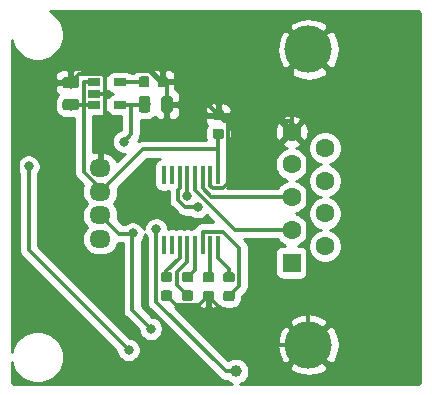
<source format=gbl>
G04 #@! TF.GenerationSoftware,KiCad,Pcbnew,(5.1.2)-1*
G04 #@! TF.CreationDate,2019-11-04T01:50:09+09:00*
G04 #@! TF.ProjectId,IR,49522e6b-6963-4616-945f-706362585858,v1.1*
G04 #@! TF.SameCoordinates,Original*
G04 #@! TF.FileFunction,Copper,L2,Bot*
G04 #@! TF.FilePolarity,Positive*
%FSLAX46Y46*%
G04 Gerber Fmt 4.6, Leading zero omitted, Abs format (unit mm)*
G04 Created by KiCad (PCBNEW (5.1.2)-1) date 2019-11-04 01:50:09*
%MOMM*%
%LPD*%
G04 APERTURE LIST*
%ADD10O,1.800000X1.524000*%
%ADD11C,0.050000*%
%ADD12C,0.975000*%
%ADD13C,0.875000*%
%ADD14R,1.060000X0.650000*%
%ADD15C,1.000000*%
%ADD16R,0.450000X1.500000*%
%ADD17R,1.600000X1.600000*%
%ADD18C,1.600000*%
%ADD19C,4.000000*%
%ADD20C,0.800000*%
%ADD21C,0.350000*%
%ADD22C,0.254000*%
G04 APERTURE END LIST*
D10*
X185200000Y-114000000D03*
X185200000Y-112000000D03*
X185200000Y-110000000D03*
X185200000Y-108000000D03*
D11*
G36*
X183180142Y-100276174D02*
G01*
X183203803Y-100279684D01*
X183227007Y-100285496D01*
X183249529Y-100293554D01*
X183271153Y-100303782D01*
X183291670Y-100316079D01*
X183310883Y-100330329D01*
X183328607Y-100346393D01*
X183344671Y-100364117D01*
X183358921Y-100383330D01*
X183371218Y-100403847D01*
X183381446Y-100425471D01*
X183389504Y-100447993D01*
X183395316Y-100471197D01*
X183398826Y-100494858D01*
X183400000Y-100518750D01*
X183400000Y-101006250D01*
X183398826Y-101030142D01*
X183395316Y-101053803D01*
X183389504Y-101077007D01*
X183381446Y-101099529D01*
X183371218Y-101121153D01*
X183358921Y-101141670D01*
X183344671Y-101160883D01*
X183328607Y-101178607D01*
X183310883Y-101194671D01*
X183291670Y-101208921D01*
X183271153Y-101221218D01*
X183249529Y-101231446D01*
X183227007Y-101239504D01*
X183203803Y-101245316D01*
X183180142Y-101248826D01*
X183156250Y-101250000D01*
X182243750Y-101250000D01*
X182219858Y-101248826D01*
X182196197Y-101245316D01*
X182172993Y-101239504D01*
X182150471Y-101231446D01*
X182128847Y-101221218D01*
X182108330Y-101208921D01*
X182089117Y-101194671D01*
X182071393Y-101178607D01*
X182055329Y-101160883D01*
X182041079Y-101141670D01*
X182028782Y-101121153D01*
X182018554Y-101099529D01*
X182010496Y-101077007D01*
X182004684Y-101053803D01*
X182001174Y-101030142D01*
X182000000Y-101006250D01*
X182000000Y-100518750D01*
X182001174Y-100494858D01*
X182004684Y-100471197D01*
X182010496Y-100447993D01*
X182018554Y-100425471D01*
X182028782Y-100403847D01*
X182041079Y-100383330D01*
X182055329Y-100364117D01*
X182071393Y-100346393D01*
X182089117Y-100330329D01*
X182108330Y-100316079D01*
X182128847Y-100303782D01*
X182150471Y-100293554D01*
X182172993Y-100285496D01*
X182196197Y-100279684D01*
X182219858Y-100276174D01*
X182243750Y-100275000D01*
X183156250Y-100275000D01*
X183180142Y-100276174D01*
X183180142Y-100276174D01*
G37*
D12*
X182700000Y-100762500D03*
D11*
G36*
X183180142Y-102151174D02*
G01*
X183203803Y-102154684D01*
X183227007Y-102160496D01*
X183249529Y-102168554D01*
X183271153Y-102178782D01*
X183291670Y-102191079D01*
X183310883Y-102205329D01*
X183328607Y-102221393D01*
X183344671Y-102239117D01*
X183358921Y-102258330D01*
X183371218Y-102278847D01*
X183381446Y-102300471D01*
X183389504Y-102322993D01*
X183395316Y-102346197D01*
X183398826Y-102369858D01*
X183400000Y-102393750D01*
X183400000Y-102881250D01*
X183398826Y-102905142D01*
X183395316Y-102928803D01*
X183389504Y-102952007D01*
X183381446Y-102974529D01*
X183371218Y-102996153D01*
X183358921Y-103016670D01*
X183344671Y-103035883D01*
X183328607Y-103053607D01*
X183310883Y-103069671D01*
X183291670Y-103083921D01*
X183271153Y-103096218D01*
X183249529Y-103106446D01*
X183227007Y-103114504D01*
X183203803Y-103120316D01*
X183180142Y-103123826D01*
X183156250Y-103125000D01*
X182243750Y-103125000D01*
X182219858Y-103123826D01*
X182196197Y-103120316D01*
X182172993Y-103114504D01*
X182150471Y-103106446D01*
X182128847Y-103096218D01*
X182108330Y-103083921D01*
X182089117Y-103069671D01*
X182071393Y-103053607D01*
X182055329Y-103035883D01*
X182041079Y-103016670D01*
X182028782Y-102996153D01*
X182018554Y-102974529D01*
X182010496Y-102952007D01*
X182004684Y-102928803D01*
X182001174Y-102905142D01*
X182000000Y-102881250D01*
X182000000Y-102393750D01*
X182001174Y-102369858D01*
X182004684Y-102346197D01*
X182010496Y-102322993D01*
X182018554Y-102300471D01*
X182028782Y-102278847D01*
X182041079Y-102258330D01*
X182055329Y-102239117D01*
X182071393Y-102221393D01*
X182089117Y-102205329D01*
X182108330Y-102191079D01*
X182128847Y-102178782D01*
X182150471Y-102168554D01*
X182172993Y-102160496D01*
X182196197Y-102154684D01*
X182219858Y-102151174D01*
X182243750Y-102150000D01*
X183156250Y-102150000D01*
X183180142Y-102151174D01*
X183180142Y-102151174D01*
G37*
D12*
X182700000Y-102637500D03*
D11*
G36*
X190727691Y-100226053D02*
G01*
X190748926Y-100229203D01*
X190769750Y-100234419D01*
X190789962Y-100241651D01*
X190809368Y-100250830D01*
X190827781Y-100261866D01*
X190845024Y-100274654D01*
X190860930Y-100289070D01*
X190875346Y-100304976D01*
X190888134Y-100322219D01*
X190899170Y-100340632D01*
X190908349Y-100360038D01*
X190915581Y-100380250D01*
X190920797Y-100401074D01*
X190923947Y-100422309D01*
X190925000Y-100443750D01*
X190925000Y-100956250D01*
X190923947Y-100977691D01*
X190920797Y-100998926D01*
X190915581Y-101019750D01*
X190908349Y-101039962D01*
X190899170Y-101059368D01*
X190888134Y-101077781D01*
X190875346Y-101095024D01*
X190860930Y-101110930D01*
X190845024Y-101125346D01*
X190827781Y-101138134D01*
X190809368Y-101149170D01*
X190789962Y-101158349D01*
X190769750Y-101165581D01*
X190748926Y-101170797D01*
X190727691Y-101173947D01*
X190706250Y-101175000D01*
X190268750Y-101175000D01*
X190247309Y-101173947D01*
X190226074Y-101170797D01*
X190205250Y-101165581D01*
X190185038Y-101158349D01*
X190165632Y-101149170D01*
X190147219Y-101138134D01*
X190129976Y-101125346D01*
X190114070Y-101110930D01*
X190099654Y-101095024D01*
X190086866Y-101077781D01*
X190075830Y-101059368D01*
X190066651Y-101039962D01*
X190059419Y-101019750D01*
X190054203Y-100998926D01*
X190051053Y-100977691D01*
X190050000Y-100956250D01*
X190050000Y-100443750D01*
X190051053Y-100422309D01*
X190054203Y-100401074D01*
X190059419Y-100380250D01*
X190066651Y-100360038D01*
X190075830Y-100340632D01*
X190086866Y-100322219D01*
X190099654Y-100304976D01*
X190114070Y-100289070D01*
X190129976Y-100274654D01*
X190147219Y-100261866D01*
X190165632Y-100250830D01*
X190185038Y-100241651D01*
X190205250Y-100234419D01*
X190226074Y-100229203D01*
X190247309Y-100226053D01*
X190268750Y-100225000D01*
X190706250Y-100225000D01*
X190727691Y-100226053D01*
X190727691Y-100226053D01*
G37*
D13*
X190487500Y-100700000D03*
D11*
G36*
X189152691Y-100226053D02*
G01*
X189173926Y-100229203D01*
X189194750Y-100234419D01*
X189214962Y-100241651D01*
X189234368Y-100250830D01*
X189252781Y-100261866D01*
X189270024Y-100274654D01*
X189285930Y-100289070D01*
X189300346Y-100304976D01*
X189313134Y-100322219D01*
X189324170Y-100340632D01*
X189333349Y-100360038D01*
X189340581Y-100380250D01*
X189345797Y-100401074D01*
X189348947Y-100422309D01*
X189350000Y-100443750D01*
X189350000Y-100956250D01*
X189348947Y-100977691D01*
X189345797Y-100998926D01*
X189340581Y-101019750D01*
X189333349Y-101039962D01*
X189324170Y-101059368D01*
X189313134Y-101077781D01*
X189300346Y-101095024D01*
X189285930Y-101110930D01*
X189270024Y-101125346D01*
X189252781Y-101138134D01*
X189234368Y-101149170D01*
X189214962Y-101158349D01*
X189194750Y-101165581D01*
X189173926Y-101170797D01*
X189152691Y-101173947D01*
X189131250Y-101175000D01*
X188693750Y-101175000D01*
X188672309Y-101173947D01*
X188651074Y-101170797D01*
X188630250Y-101165581D01*
X188610038Y-101158349D01*
X188590632Y-101149170D01*
X188572219Y-101138134D01*
X188554976Y-101125346D01*
X188539070Y-101110930D01*
X188524654Y-101095024D01*
X188511866Y-101077781D01*
X188500830Y-101059368D01*
X188491651Y-101039962D01*
X188484419Y-101019750D01*
X188479203Y-100998926D01*
X188476053Y-100977691D01*
X188475000Y-100956250D01*
X188475000Y-100443750D01*
X188476053Y-100422309D01*
X188479203Y-100401074D01*
X188484419Y-100380250D01*
X188491651Y-100360038D01*
X188500830Y-100340632D01*
X188511866Y-100322219D01*
X188524654Y-100304976D01*
X188539070Y-100289070D01*
X188554976Y-100274654D01*
X188572219Y-100261866D01*
X188590632Y-100250830D01*
X188610038Y-100241651D01*
X188630250Y-100234419D01*
X188651074Y-100229203D01*
X188672309Y-100226053D01*
X188693750Y-100225000D01*
X189131250Y-100225000D01*
X189152691Y-100226053D01*
X189152691Y-100226053D01*
G37*
D13*
X188912500Y-100700000D03*
D11*
G36*
X189230142Y-101901174D02*
G01*
X189253803Y-101904684D01*
X189277007Y-101910496D01*
X189299529Y-101918554D01*
X189321153Y-101928782D01*
X189341670Y-101941079D01*
X189360883Y-101955329D01*
X189378607Y-101971393D01*
X189394671Y-101989117D01*
X189408921Y-102008330D01*
X189421218Y-102028847D01*
X189431446Y-102050471D01*
X189439504Y-102072993D01*
X189445316Y-102096197D01*
X189448826Y-102119858D01*
X189450000Y-102143750D01*
X189450000Y-103056250D01*
X189448826Y-103080142D01*
X189445316Y-103103803D01*
X189439504Y-103127007D01*
X189431446Y-103149529D01*
X189421218Y-103171153D01*
X189408921Y-103191670D01*
X189394671Y-103210883D01*
X189378607Y-103228607D01*
X189360883Y-103244671D01*
X189341670Y-103258921D01*
X189321153Y-103271218D01*
X189299529Y-103281446D01*
X189277007Y-103289504D01*
X189253803Y-103295316D01*
X189230142Y-103298826D01*
X189206250Y-103300000D01*
X188718750Y-103300000D01*
X188694858Y-103298826D01*
X188671197Y-103295316D01*
X188647993Y-103289504D01*
X188625471Y-103281446D01*
X188603847Y-103271218D01*
X188583330Y-103258921D01*
X188564117Y-103244671D01*
X188546393Y-103228607D01*
X188530329Y-103210883D01*
X188516079Y-103191670D01*
X188503782Y-103171153D01*
X188493554Y-103149529D01*
X188485496Y-103127007D01*
X188479684Y-103103803D01*
X188476174Y-103080142D01*
X188475000Y-103056250D01*
X188475000Y-102143750D01*
X188476174Y-102119858D01*
X188479684Y-102096197D01*
X188485496Y-102072993D01*
X188493554Y-102050471D01*
X188503782Y-102028847D01*
X188516079Y-102008330D01*
X188530329Y-101989117D01*
X188546393Y-101971393D01*
X188564117Y-101955329D01*
X188583330Y-101941079D01*
X188603847Y-101928782D01*
X188625471Y-101918554D01*
X188647993Y-101910496D01*
X188671197Y-101904684D01*
X188694858Y-101901174D01*
X188718750Y-101900000D01*
X189206250Y-101900000D01*
X189230142Y-101901174D01*
X189230142Y-101901174D01*
G37*
D12*
X188962500Y-102600000D03*
D11*
G36*
X191105142Y-101901174D02*
G01*
X191128803Y-101904684D01*
X191152007Y-101910496D01*
X191174529Y-101918554D01*
X191196153Y-101928782D01*
X191216670Y-101941079D01*
X191235883Y-101955329D01*
X191253607Y-101971393D01*
X191269671Y-101989117D01*
X191283921Y-102008330D01*
X191296218Y-102028847D01*
X191306446Y-102050471D01*
X191314504Y-102072993D01*
X191320316Y-102096197D01*
X191323826Y-102119858D01*
X191325000Y-102143750D01*
X191325000Y-103056250D01*
X191323826Y-103080142D01*
X191320316Y-103103803D01*
X191314504Y-103127007D01*
X191306446Y-103149529D01*
X191296218Y-103171153D01*
X191283921Y-103191670D01*
X191269671Y-103210883D01*
X191253607Y-103228607D01*
X191235883Y-103244671D01*
X191216670Y-103258921D01*
X191196153Y-103271218D01*
X191174529Y-103281446D01*
X191152007Y-103289504D01*
X191128803Y-103295316D01*
X191105142Y-103298826D01*
X191081250Y-103300000D01*
X190593750Y-103300000D01*
X190569858Y-103298826D01*
X190546197Y-103295316D01*
X190522993Y-103289504D01*
X190500471Y-103281446D01*
X190478847Y-103271218D01*
X190458330Y-103258921D01*
X190439117Y-103244671D01*
X190421393Y-103228607D01*
X190405329Y-103210883D01*
X190391079Y-103191670D01*
X190378782Y-103171153D01*
X190368554Y-103149529D01*
X190360496Y-103127007D01*
X190354684Y-103103803D01*
X190351174Y-103080142D01*
X190350000Y-103056250D01*
X190350000Y-102143750D01*
X190351174Y-102119858D01*
X190354684Y-102096197D01*
X190360496Y-102072993D01*
X190368554Y-102050471D01*
X190378782Y-102028847D01*
X190391079Y-102008330D01*
X190405329Y-101989117D01*
X190421393Y-101971393D01*
X190439117Y-101955329D01*
X190458330Y-101941079D01*
X190478847Y-101928782D01*
X190500471Y-101918554D01*
X190522993Y-101910496D01*
X190546197Y-101904684D01*
X190569858Y-101901174D01*
X190593750Y-101900000D01*
X191081250Y-101900000D01*
X191105142Y-101901174D01*
X191105142Y-101901174D01*
G37*
D12*
X190837500Y-102600000D03*
D14*
X184700000Y-102650000D03*
X184700000Y-101700000D03*
X184700000Y-100750000D03*
X186900000Y-100750000D03*
X186900000Y-102650000D03*
D15*
X196700000Y-125200000D03*
D11*
G36*
X196377691Y-116814053D02*
G01*
X196398926Y-116817203D01*
X196419750Y-116822419D01*
X196439962Y-116829651D01*
X196459368Y-116838830D01*
X196477781Y-116849866D01*
X196495024Y-116862654D01*
X196510930Y-116877070D01*
X196525346Y-116892976D01*
X196538134Y-116910219D01*
X196549170Y-116928632D01*
X196558349Y-116948038D01*
X196565581Y-116968250D01*
X196570797Y-116989074D01*
X196573947Y-117010309D01*
X196575000Y-117031750D01*
X196575000Y-117469250D01*
X196573947Y-117490691D01*
X196570797Y-117511926D01*
X196565581Y-117532750D01*
X196558349Y-117552962D01*
X196549170Y-117572368D01*
X196538134Y-117590781D01*
X196525346Y-117608024D01*
X196510930Y-117623930D01*
X196495024Y-117638346D01*
X196477781Y-117651134D01*
X196459368Y-117662170D01*
X196439962Y-117671349D01*
X196419750Y-117678581D01*
X196398926Y-117683797D01*
X196377691Y-117686947D01*
X196356250Y-117688000D01*
X195843750Y-117688000D01*
X195822309Y-117686947D01*
X195801074Y-117683797D01*
X195780250Y-117678581D01*
X195760038Y-117671349D01*
X195740632Y-117662170D01*
X195722219Y-117651134D01*
X195704976Y-117638346D01*
X195689070Y-117623930D01*
X195674654Y-117608024D01*
X195661866Y-117590781D01*
X195650830Y-117572368D01*
X195641651Y-117552962D01*
X195634419Y-117532750D01*
X195629203Y-117511926D01*
X195626053Y-117490691D01*
X195625000Y-117469250D01*
X195625000Y-117031750D01*
X195626053Y-117010309D01*
X195629203Y-116989074D01*
X195634419Y-116968250D01*
X195641651Y-116948038D01*
X195650830Y-116928632D01*
X195661866Y-116910219D01*
X195674654Y-116892976D01*
X195689070Y-116877070D01*
X195704976Y-116862654D01*
X195722219Y-116849866D01*
X195740632Y-116838830D01*
X195760038Y-116829651D01*
X195780250Y-116822419D01*
X195801074Y-116817203D01*
X195822309Y-116814053D01*
X195843750Y-116813000D01*
X196356250Y-116813000D01*
X196377691Y-116814053D01*
X196377691Y-116814053D01*
G37*
D13*
X196100000Y-117250500D03*
D11*
G36*
X196377691Y-118389053D02*
G01*
X196398926Y-118392203D01*
X196419750Y-118397419D01*
X196439962Y-118404651D01*
X196459368Y-118413830D01*
X196477781Y-118424866D01*
X196495024Y-118437654D01*
X196510930Y-118452070D01*
X196525346Y-118467976D01*
X196538134Y-118485219D01*
X196549170Y-118503632D01*
X196558349Y-118523038D01*
X196565581Y-118543250D01*
X196570797Y-118564074D01*
X196573947Y-118585309D01*
X196575000Y-118606750D01*
X196575000Y-119044250D01*
X196573947Y-119065691D01*
X196570797Y-119086926D01*
X196565581Y-119107750D01*
X196558349Y-119127962D01*
X196549170Y-119147368D01*
X196538134Y-119165781D01*
X196525346Y-119183024D01*
X196510930Y-119198930D01*
X196495024Y-119213346D01*
X196477781Y-119226134D01*
X196459368Y-119237170D01*
X196439962Y-119246349D01*
X196419750Y-119253581D01*
X196398926Y-119258797D01*
X196377691Y-119261947D01*
X196356250Y-119263000D01*
X195843750Y-119263000D01*
X195822309Y-119261947D01*
X195801074Y-119258797D01*
X195780250Y-119253581D01*
X195760038Y-119246349D01*
X195740632Y-119237170D01*
X195722219Y-119226134D01*
X195704976Y-119213346D01*
X195689070Y-119198930D01*
X195674654Y-119183024D01*
X195661866Y-119165781D01*
X195650830Y-119147368D01*
X195641651Y-119127962D01*
X195634419Y-119107750D01*
X195629203Y-119086926D01*
X195626053Y-119065691D01*
X195625000Y-119044250D01*
X195625000Y-118606750D01*
X195626053Y-118585309D01*
X195629203Y-118564074D01*
X195634419Y-118543250D01*
X195641651Y-118523038D01*
X195650830Y-118503632D01*
X195661866Y-118485219D01*
X195674654Y-118467976D01*
X195689070Y-118452070D01*
X195704976Y-118437654D01*
X195722219Y-118424866D01*
X195740632Y-118413830D01*
X195760038Y-118404651D01*
X195780250Y-118397419D01*
X195801074Y-118392203D01*
X195822309Y-118389053D01*
X195843750Y-118388000D01*
X196356250Y-118388000D01*
X196377691Y-118389053D01*
X196377691Y-118389053D01*
G37*
D13*
X196100000Y-118825500D03*
D11*
G36*
X195477691Y-104651053D02*
G01*
X195498926Y-104654203D01*
X195519750Y-104659419D01*
X195539962Y-104666651D01*
X195559368Y-104675830D01*
X195577781Y-104686866D01*
X195595024Y-104699654D01*
X195610930Y-104714070D01*
X195625346Y-104729976D01*
X195638134Y-104747219D01*
X195649170Y-104765632D01*
X195658349Y-104785038D01*
X195665581Y-104805250D01*
X195670797Y-104826074D01*
X195673947Y-104847309D01*
X195675000Y-104868750D01*
X195675000Y-105306250D01*
X195673947Y-105327691D01*
X195670797Y-105348926D01*
X195665581Y-105369750D01*
X195658349Y-105389962D01*
X195649170Y-105409368D01*
X195638134Y-105427781D01*
X195625346Y-105445024D01*
X195610930Y-105460930D01*
X195595024Y-105475346D01*
X195577781Y-105488134D01*
X195559368Y-105499170D01*
X195539962Y-105508349D01*
X195519750Y-105515581D01*
X195498926Y-105520797D01*
X195477691Y-105523947D01*
X195456250Y-105525000D01*
X194943750Y-105525000D01*
X194922309Y-105523947D01*
X194901074Y-105520797D01*
X194880250Y-105515581D01*
X194860038Y-105508349D01*
X194840632Y-105499170D01*
X194822219Y-105488134D01*
X194804976Y-105475346D01*
X194789070Y-105460930D01*
X194774654Y-105445024D01*
X194761866Y-105427781D01*
X194750830Y-105409368D01*
X194741651Y-105389962D01*
X194734419Y-105369750D01*
X194729203Y-105348926D01*
X194726053Y-105327691D01*
X194725000Y-105306250D01*
X194725000Y-104868750D01*
X194726053Y-104847309D01*
X194729203Y-104826074D01*
X194734419Y-104805250D01*
X194741651Y-104785038D01*
X194750830Y-104765632D01*
X194761866Y-104747219D01*
X194774654Y-104729976D01*
X194789070Y-104714070D01*
X194804976Y-104699654D01*
X194822219Y-104686866D01*
X194840632Y-104675830D01*
X194860038Y-104666651D01*
X194880250Y-104659419D01*
X194901074Y-104654203D01*
X194922309Y-104651053D01*
X194943750Y-104650000D01*
X195456250Y-104650000D01*
X195477691Y-104651053D01*
X195477691Y-104651053D01*
G37*
D13*
X195200000Y-105087500D03*
D11*
G36*
X195477691Y-103076053D02*
G01*
X195498926Y-103079203D01*
X195519750Y-103084419D01*
X195539962Y-103091651D01*
X195559368Y-103100830D01*
X195577781Y-103111866D01*
X195595024Y-103124654D01*
X195610930Y-103139070D01*
X195625346Y-103154976D01*
X195638134Y-103172219D01*
X195649170Y-103190632D01*
X195658349Y-103210038D01*
X195665581Y-103230250D01*
X195670797Y-103251074D01*
X195673947Y-103272309D01*
X195675000Y-103293750D01*
X195675000Y-103731250D01*
X195673947Y-103752691D01*
X195670797Y-103773926D01*
X195665581Y-103794750D01*
X195658349Y-103814962D01*
X195649170Y-103834368D01*
X195638134Y-103852781D01*
X195625346Y-103870024D01*
X195610930Y-103885930D01*
X195595024Y-103900346D01*
X195577781Y-103913134D01*
X195559368Y-103924170D01*
X195539962Y-103933349D01*
X195519750Y-103940581D01*
X195498926Y-103945797D01*
X195477691Y-103948947D01*
X195456250Y-103950000D01*
X194943750Y-103950000D01*
X194922309Y-103948947D01*
X194901074Y-103945797D01*
X194880250Y-103940581D01*
X194860038Y-103933349D01*
X194840632Y-103924170D01*
X194822219Y-103913134D01*
X194804976Y-103900346D01*
X194789070Y-103885930D01*
X194774654Y-103870024D01*
X194761866Y-103852781D01*
X194750830Y-103834368D01*
X194741651Y-103814962D01*
X194734419Y-103794750D01*
X194729203Y-103773926D01*
X194726053Y-103752691D01*
X194725000Y-103731250D01*
X194725000Y-103293750D01*
X194726053Y-103272309D01*
X194729203Y-103251074D01*
X194734419Y-103230250D01*
X194741651Y-103210038D01*
X194750830Y-103190632D01*
X194761866Y-103172219D01*
X194774654Y-103154976D01*
X194789070Y-103139070D01*
X194804976Y-103124654D01*
X194822219Y-103111866D01*
X194840632Y-103100830D01*
X194860038Y-103091651D01*
X194880250Y-103084419D01*
X194901074Y-103079203D01*
X194922309Y-103076053D01*
X194943750Y-103075000D01*
X195456250Y-103075000D01*
X195477691Y-103076053D01*
X195477691Y-103076053D01*
G37*
D13*
X195200000Y-103512500D03*
D11*
G36*
X192877691Y-118363053D02*
G01*
X192898926Y-118366203D01*
X192919750Y-118371419D01*
X192939962Y-118378651D01*
X192959368Y-118387830D01*
X192977781Y-118398866D01*
X192995024Y-118411654D01*
X193010930Y-118426070D01*
X193025346Y-118441976D01*
X193038134Y-118459219D01*
X193049170Y-118477632D01*
X193058349Y-118497038D01*
X193065581Y-118517250D01*
X193070797Y-118538074D01*
X193073947Y-118559309D01*
X193075000Y-118580750D01*
X193075000Y-119018250D01*
X193073947Y-119039691D01*
X193070797Y-119060926D01*
X193065581Y-119081750D01*
X193058349Y-119101962D01*
X193049170Y-119121368D01*
X193038134Y-119139781D01*
X193025346Y-119157024D01*
X193010930Y-119172930D01*
X192995024Y-119187346D01*
X192977781Y-119200134D01*
X192959368Y-119211170D01*
X192939962Y-119220349D01*
X192919750Y-119227581D01*
X192898926Y-119232797D01*
X192877691Y-119235947D01*
X192856250Y-119237000D01*
X192343750Y-119237000D01*
X192322309Y-119235947D01*
X192301074Y-119232797D01*
X192280250Y-119227581D01*
X192260038Y-119220349D01*
X192240632Y-119211170D01*
X192222219Y-119200134D01*
X192204976Y-119187346D01*
X192189070Y-119172930D01*
X192174654Y-119157024D01*
X192161866Y-119139781D01*
X192150830Y-119121368D01*
X192141651Y-119101962D01*
X192134419Y-119081750D01*
X192129203Y-119060926D01*
X192126053Y-119039691D01*
X192125000Y-119018250D01*
X192125000Y-118580750D01*
X192126053Y-118559309D01*
X192129203Y-118538074D01*
X192134419Y-118517250D01*
X192141651Y-118497038D01*
X192150830Y-118477632D01*
X192161866Y-118459219D01*
X192174654Y-118441976D01*
X192189070Y-118426070D01*
X192204976Y-118411654D01*
X192222219Y-118398866D01*
X192240632Y-118387830D01*
X192260038Y-118378651D01*
X192280250Y-118371419D01*
X192301074Y-118366203D01*
X192322309Y-118363053D01*
X192343750Y-118362000D01*
X192856250Y-118362000D01*
X192877691Y-118363053D01*
X192877691Y-118363053D01*
G37*
D13*
X192600000Y-118799500D03*
D11*
G36*
X192877691Y-116788053D02*
G01*
X192898926Y-116791203D01*
X192919750Y-116796419D01*
X192939962Y-116803651D01*
X192959368Y-116812830D01*
X192977781Y-116823866D01*
X192995024Y-116836654D01*
X193010930Y-116851070D01*
X193025346Y-116866976D01*
X193038134Y-116884219D01*
X193049170Y-116902632D01*
X193058349Y-116922038D01*
X193065581Y-116942250D01*
X193070797Y-116963074D01*
X193073947Y-116984309D01*
X193075000Y-117005750D01*
X193075000Y-117443250D01*
X193073947Y-117464691D01*
X193070797Y-117485926D01*
X193065581Y-117506750D01*
X193058349Y-117526962D01*
X193049170Y-117546368D01*
X193038134Y-117564781D01*
X193025346Y-117582024D01*
X193010930Y-117597930D01*
X192995024Y-117612346D01*
X192977781Y-117625134D01*
X192959368Y-117636170D01*
X192939962Y-117645349D01*
X192919750Y-117652581D01*
X192898926Y-117657797D01*
X192877691Y-117660947D01*
X192856250Y-117662000D01*
X192343750Y-117662000D01*
X192322309Y-117660947D01*
X192301074Y-117657797D01*
X192280250Y-117652581D01*
X192260038Y-117645349D01*
X192240632Y-117636170D01*
X192222219Y-117625134D01*
X192204976Y-117612346D01*
X192189070Y-117597930D01*
X192174654Y-117582024D01*
X192161866Y-117564781D01*
X192150830Y-117546368D01*
X192141651Y-117526962D01*
X192134419Y-117506750D01*
X192129203Y-117485926D01*
X192126053Y-117464691D01*
X192125000Y-117443250D01*
X192125000Y-117005750D01*
X192126053Y-116984309D01*
X192129203Y-116963074D01*
X192134419Y-116942250D01*
X192141651Y-116922038D01*
X192150830Y-116902632D01*
X192161866Y-116884219D01*
X192174654Y-116866976D01*
X192189070Y-116851070D01*
X192204976Y-116836654D01*
X192222219Y-116823866D01*
X192240632Y-116812830D01*
X192260038Y-116803651D01*
X192280250Y-116796419D01*
X192301074Y-116791203D01*
X192322309Y-116788053D01*
X192343750Y-116787000D01*
X192856250Y-116787000D01*
X192877691Y-116788053D01*
X192877691Y-116788053D01*
G37*
D13*
X192600000Y-117224500D03*
D11*
G36*
X194627691Y-118389053D02*
G01*
X194648926Y-118392203D01*
X194669750Y-118397419D01*
X194689962Y-118404651D01*
X194709368Y-118413830D01*
X194727781Y-118424866D01*
X194745024Y-118437654D01*
X194760930Y-118452070D01*
X194775346Y-118467976D01*
X194788134Y-118485219D01*
X194799170Y-118503632D01*
X194808349Y-118523038D01*
X194815581Y-118543250D01*
X194820797Y-118564074D01*
X194823947Y-118585309D01*
X194825000Y-118606750D01*
X194825000Y-119044250D01*
X194823947Y-119065691D01*
X194820797Y-119086926D01*
X194815581Y-119107750D01*
X194808349Y-119127962D01*
X194799170Y-119147368D01*
X194788134Y-119165781D01*
X194775346Y-119183024D01*
X194760930Y-119198930D01*
X194745024Y-119213346D01*
X194727781Y-119226134D01*
X194709368Y-119237170D01*
X194689962Y-119246349D01*
X194669750Y-119253581D01*
X194648926Y-119258797D01*
X194627691Y-119261947D01*
X194606250Y-119263000D01*
X194093750Y-119263000D01*
X194072309Y-119261947D01*
X194051074Y-119258797D01*
X194030250Y-119253581D01*
X194010038Y-119246349D01*
X193990632Y-119237170D01*
X193972219Y-119226134D01*
X193954976Y-119213346D01*
X193939070Y-119198930D01*
X193924654Y-119183024D01*
X193911866Y-119165781D01*
X193900830Y-119147368D01*
X193891651Y-119127962D01*
X193884419Y-119107750D01*
X193879203Y-119086926D01*
X193876053Y-119065691D01*
X193875000Y-119044250D01*
X193875000Y-118606750D01*
X193876053Y-118585309D01*
X193879203Y-118564074D01*
X193884419Y-118543250D01*
X193891651Y-118523038D01*
X193900830Y-118503632D01*
X193911866Y-118485219D01*
X193924654Y-118467976D01*
X193939070Y-118452070D01*
X193954976Y-118437654D01*
X193972219Y-118424866D01*
X193990632Y-118413830D01*
X194010038Y-118404651D01*
X194030250Y-118397419D01*
X194051074Y-118392203D01*
X194072309Y-118389053D01*
X194093750Y-118388000D01*
X194606250Y-118388000D01*
X194627691Y-118389053D01*
X194627691Y-118389053D01*
G37*
D13*
X194350000Y-118825500D03*
D11*
G36*
X194627691Y-116814053D02*
G01*
X194648926Y-116817203D01*
X194669750Y-116822419D01*
X194689962Y-116829651D01*
X194709368Y-116838830D01*
X194727781Y-116849866D01*
X194745024Y-116862654D01*
X194760930Y-116877070D01*
X194775346Y-116892976D01*
X194788134Y-116910219D01*
X194799170Y-116928632D01*
X194808349Y-116948038D01*
X194815581Y-116968250D01*
X194820797Y-116989074D01*
X194823947Y-117010309D01*
X194825000Y-117031750D01*
X194825000Y-117469250D01*
X194823947Y-117490691D01*
X194820797Y-117511926D01*
X194815581Y-117532750D01*
X194808349Y-117552962D01*
X194799170Y-117572368D01*
X194788134Y-117590781D01*
X194775346Y-117608024D01*
X194760930Y-117623930D01*
X194745024Y-117638346D01*
X194727781Y-117651134D01*
X194709368Y-117662170D01*
X194689962Y-117671349D01*
X194669750Y-117678581D01*
X194648926Y-117683797D01*
X194627691Y-117686947D01*
X194606250Y-117688000D01*
X194093750Y-117688000D01*
X194072309Y-117686947D01*
X194051074Y-117683797D01*
X194030250Y-117678581D01*
X194010038Y-117671349D01*
X193990632Y-117662170D01*
X193972219Y-117651134D01*
X193954976Y-117638346D01*
X193939070Y-117623930D01*
X193924654Y-117608024D01*
X193911866Y-117590781D01*
X193900830Y-117572368D01*
X193891651Y-117552962D01*
X193884419Y-117532750D01*
X193879203Y-117511926D01*
X193876053Y-117490691D01*
X193875000Y-117469250D01*
X193875000Y-117031750D01*
X193876053Y-117010309D01*
X193879203Y-116989074D01*
X193884419Y-116968250D01*
X193891651Y-116948038D01*
X193900830Y-116928632D01*
X193911866Y-116910219D01*
X193924654Y-116892976D01*
X193939070Y-116877070D01*
X193954976Y-116862654D01*
X193972219Y-116849866D01*
X193990632Y-116838830D01*
X194010038Y-116829651D01*
X194030250Y-116822419D01*
X194051074Y-116817203D01*
X194072309Y-116814053D01*
X194093750Y-116813000D01*
X194606250Y-116813000D01*
X194627691Y-116814053D01*
X194627691Y-116814053D01*
G37*
D13*
X194350000Y-117250500D03*
D11*
G36*
X191077691Y-116776053D02*
G01*
X191098926Y-116779203D01*
X191119750Y-116784419D01*
X191139962Y-116791651D01*
X191159368Y-116800830D01*
X191177781Y-116811866D01*
X191195024Y-116824654D01*
X191210930Y-116839070D01*
X191225346Y-116854976D01*
X191238134Y-116872219D01*
X191249170Y-116890632D01*
X191258349Y-116910038D01*
X191265581Y-116930250D01*
X191270797Y-116951074D01*
X191273947Y-116972309D01*
X191275000Y-116993750D01*
X191275000Y-117431250D01*
X191273947Y-117452691D01*
X191270797Y-117473926D01*
X191265581Y-117494750D01*
X191258349Y-117514962D01*
X191249170Y-117534368D01*
X191238134Y-117552781D01*
X191225346Y-117570024D01*
X191210930Y-117585930D01*
X191195024Y-117600346D01*
X191177781Y-117613134D01*
X191159368Y-117624170D01*
X191139962Y-117633349D01*
X191119750Y-117640581D01*
X191098926Y-117645797D01*
X191077691Y-117648947D01*
X191056250Y-117650000D01*
X190543750Y-117650000D01*
X190522309Y-117648947D01*
X190501074Y-117645797D01*
X190480250Y-117640581D01*
X190460038Y-117633349D01*
X190440632Y-117624170D01*
X190422219Y-117613134D01*
X190404976Y-117600346D01*
X190389070Y-117585930D01*
X190374654Y-117570024D01*
X190361866Y-117552781D01*
X190350830Y-117534368D01*
X190341651Y-117514962D01*
X190334419Y-117494750D01*
X190329203Y-117473926D01*
X190326053Y-117452691D01*
X190325000Y-117431250D01*
X190325000Y-116993750D01*
X190326053Y-116972309D01*
X190329203Y-116951074D01*
X190334419Y-116930250D01*
X190341651Y-116910038D01*
X190350830Y-116890632D01*
X190361866Y-116872219D01*
X190374654Y-116854976D01*
X190389070Y-116839070D01*
X190404976Y-116824654D01*
X190422219Y-116811866D01*
X190440632Y-116800830D01*
X190460038Y-116791651D01*
X190480250Y-116784419D01*
X190501074Y-116779203D01*
X190522309Y-116776053D01*
X190543750Y-116775000D01*
X191056250Y-116775000D01*
X191077691Y-116776053D01*
X191077691Y-116776053D01*
G37*
D13*
X190800000Y-117212500D03*
D11*
G36*
X191077691Y-118351053D02*
G01*
X191098926Y-118354203D01*
X191119750Y-118359419D01*
X191139962Y-118366651D01*
X191159368Y-118375830D01*
X191177781Y-118386866D01*
X191195024Y-118399654D01*
X191210930Y-118414070D01*
X191225346Y-118429976D01*
X191238134Y-118447219D01*
X191249170Y-118465632D01*
X191258349Y-118485038D01*
X191265581Y-118505250D01*
X191270797Y-118526074D01*
X191273947Y-118547309D01*
X191275000Y-118568750D01*
X191275000Y-119006250D01*
X191273947Y-119027691D01*
X191270797Y-119048926D01*
X191265581Y-119069750D01*
X191258349Y-119089962D01*
X191249170Y-119109368D01*
X191238134Y-119127781D01*
X191225346Y-119145024D01*
X191210930Y-119160930D01*
X191195024Y-119175346D01*
X191177781Y-119188134D01*
X191159368Y-119199170D01*
X191139962Y-119208349D01*
X191119750Y-119215581D01*
X191098926Y-119220797D01*
X191077691Y-119223947D01*
X191056250Y-119225000D01*
X190543750Y-119225000D01*
X190522309Y-119223947D01*
X190501074Y-119220797D01*
X190480250Y-119215581D01*
X190460038Y-119208349D01*
X190440632Y-119199170D01*
X190422219Y-119188134D01*
X190404976Y-119175346D01*
X190389070Y-119160930D01*
X190374654Y-119145024D01*
X190361866Y-119127781D01*
X190350830Y-119109368D01*
X190341651Y-119089962D01*
X190334419Y-119069750D01*
X190329203Y-119048926D01*
X190326053Y-119027691D01*
X190325000Y-119006250D01*
X190325000Y-118568750D01*
X190326053Y-118547309D01*
X190329203Y-118526074D01*
X190334419Y-118505250D01*
X190341651Y-118485038D01*
X190350830Y-118465632D01*
X190361866Y-118447219D01*
X190374654Y-118429976D01*
X190389070Y-118414070D01*
X190404976Y-118399654D01*
X190422219Y-118386866D01*
X190440632Y-118375830D01*
X190460038Y-118366651D01*
X190480250Y-118359419D01*
X190501074Y-118354203D01*
X190522309Y-118351053D01*
X190543750Y-118350000D01*
X191056250Y-118350000D01*
X191077691Y-118351053D01*
X191077691Y-118351053D01*
G37*
D13*
X190800000Y-118787500D03*
D16*
X195175000Y-114500000D03*
X194525000Y-114500000D03*
X193875000Y-114500000D03*
X193225000Y-114500000D03*
X192575000Y-114500000D03*
X191925000Y-114500000D03*
X191275000Y-114500000D03*
X190625000Y-114500000D03*
X190625000Y-108600000D03*
X191275000Y-108600000D03*
X191925000Y-108600000D03*
X192575000Y-108600000D03*
X193225000Y-108600000D03*
X193875000Y-108600000D03*
X194525000Y-108600000D03*
X195175000Y-108600000D03*
D17*
X201400000Y-116000000D03*
D18*
X201400000Y-113230000D03*
X201400000Y-110460000D03*
X201400000Y-107690000D03*
X201400000Y-104920000D03*
X204240000Y-114615000D03*
X204240000Y-111845000D03*
X204240000Y-109075000D03*
X204240000Y-106305000D03*
D19*
X202820000Y-122960000D03*
X202820000Y-97960000D03*
D20*
X187196900Y-105753400D03*
X187600000Y-123400000D03*
X179130100Y-107853700D03*
X191100000Y-104600000D03*
X188900000Y-99300000D03*
X185500000Y-124800000D03*
X187800000Y-109300000D03*
X191600000Y-112500000D03*
X189474400Y-121612000D03*
X187944100Y-113531000D03*
X192575000Y-110346800D03*
X193462700Y-111290900D03*
X189938300Y-113194500D03*
D21*
X187805300Y-102650000D02*
X188912500Y-102650000D01*
X188912500Y-102650000D02*
X188962500Y-102600000D01*
X186900000Y-102650000D02*
X187805300Y-102650000D01*
X187805300Y-102650000D02*
X187805300Y-105145000D01*
X187805300Y-105145000D02*
X187196900Y-105753400D01*
X179130100Y-112045531D02*
X179130100Y-107853700D01*
X179130100Y-114930100D02*
X179130100Y-112045531D01*
X187600000Y-123400000D02*
X179130100Y-114930100D01*
X185605300Y-101700000D02*
X185605300Y-106457400D01*
X185605300Y-106457400D02*
X185200000Y-106862700D01*
X201400000Y-104024500D02*
X201400000Y-104920000D01*
X202820000Y-97960000D02*
X201400000Y-99380000D01*
X201400000Y-99380000D02*
X201400000Y-104024500D01*
X201400000Y-104024500D02*
X196051200Y-104024500D01*
X196051200Y-104024500D02*
X195712000Y-104024500D01*
X195712000Y-104024500D02*
X195200000Y-103512500D01*
X194525000Y-108600000D02*
X194525000Y-109491100D01*
X194525000Y-109491100D02*
X194759300Y-109725400D01*
X194759300Y-109725400D02*
X195566800Y-109725400D01*
X195566800Y-109725400D02*
X196051200Y-109241000D01*
X196051200Y-109241000D02*
X196051200Y-104024500D01*
X201400000Y-104920000D02*
X202820000Y-106340000D01*
X202820000Y-106340000D02*
X202820000Y-122960000D01*
X190837500Y-102600000D02*
X190837500Y-101050000D01*
X190837500Y-101050000D02*
X190487500Y-100700000D01*
X195200000Y-103512500D02*
X194287500Y-102600000D01*
X194287500Y-102600000D02*
X190837500Y-102600000D01*
X202820000Y-122960000D02*
X198484500Y-122960000D01*
X198484500Y-122960000D02*
X194350000Y-118825500D01*
X194350000Y-118825500D02*
X193562300Y-119613200D01*
X193562300Y-119613200D02*
X191625700Y-119613200D01*
X191625700Y-119613200D02*
X190800000Y-118787500D01*
X185605300Y-100269000D02*
X185385900Y-100049600D01*
X185385900Y-100049600D02*
X183412900Y-100049600D01*
X183412900Y-100049600D02*
X182700000Y-100762500D01*
X185605300Y-100269000D02*
X185605300Y-101700000D01*
X190487500Y-100700000D02*
X189579200Y-99791700D01*
X189579200Y-99791700D02*
X186082600Y-99791700D01*
X186082600Y-99791700D02*
X185605300Y-100269000D01*
X185200000Y-108000000D02*
X185200000Y-106862700D01*
X184700000Y-101700000D02*
X185605300Y-101700000D01*
X190487500Y-100700000D02*
X190300000Y-100700000D01*
X190300000Y-100700000D02*
X188900000Y-99300000D01*
X188900000Y-99300000D02*
X179800000Y-99300000D01*
X183900000Y-124800000D02*
X185500000Y-124800000D01*
X178200000Y-119100000D02*
X183900000Y-124800000D01*
X178200000Y-106000000D02*
X178200000Y-119100000D01*
X178600000Y-105600000D02*
X178200000Y-106000000D01*
X178600000Y-100500000D02*
X178600000Y-105600000D01*
X179800000Y-99300000D02*
X178600000Y-100500000D01*
X191000000Y-112500000D02*
X187800000Y-109300000D01*
X191600000Y-112500000D02*
X191000000Y-112500000D01*
X183794700Y-102650000D02*
X183794700Y-102637500D01*
X184700000Y-102650000D02*
X183794700Y-102650000D01*
X185326800Y-109873200D02*
X183794700Y-108341100D01*
X183794700Y-108341100D02*
X183794700Y-102650000D01*
X183794700Y-102637500D02*
X182700000Y-102637500D01*
X183794700Y-100750000D02*
X183794700Y-102637500D01*
X185326800Y-109873200D02*
X185200000Y-110000000D01*
X195200000Y-106418900D02*
X188781100Y-106418900D01*
X188781100Y-106418900D02*
X185326800Y-109873200D01*
X195200000Y-106418900D02*
X195200000Y-108575000D01*
X195200000Y-108575000D02*
X195175000Y-108600000D01*
X195200000Y-105088000D02*
X195200000Y-106418900D01*
X184700000Y-100750000D02*
X183794700Y-100750000D01*
X195200000Y-105088000D02*
X195200000Y-105087500D01*
X186900000Y-100750000D02*
X188862500Y-100750000D01*
X188862500Y-100750000D02*
X188912500Y-100700000D01*
X187905700Y-113569400D02*
X187905700Y-120043300D01*
X187905700Y-120043300D02*
X189474400Y-121612000D01*
X187905700Y-113569400D02*
X186769400Y-113569400D01*
X186769400Y-113569400D02*
X185200000Y-112000000D01*
X187944100Y-113531000D02*
X187905700Y-113569400D01*
X192575000Y-108600000D02*
X192575000Y-110346800D01*
X191925000Y-108600000D02*
X191925000Y-109725300D01*
X191925000Y-109725300D02*
X191799600Y-109850700D01*
X191799600Y-109850700D02*
X191799600Y-110736500D01*
X191799600Y-110736500D02*
X192354000Y-111290900D01*
X192354000Y-111290900D02*
X193462700Y-111290900D01*
X196700000Y-125200000D02*
X195816400Y-125200000D01*
X195816400Y-125200000D02*
X189938300Y-119321900D01*
X189938300Y-119321900D02*
X189938300Y-113194500D01*
X195175000Y-114500000D02*
X195175000Y-115625300D01*
X195175000Y-115625300D02*
X196100000Y-116550300D01*
X196100000Y-116550300D02*
X196100000Y-117250500D01*
X193875000Y-114500000D02*
X193875000Y-113374700D01*
X193875000Y-113374700D02*
X195561500Y-113374700D01*
X195561500Y-113374700D02*
X196981200Y-114794400D01*
X196981200Y-114794400D02*
X196981200Y-117944300D01*
X196981200Y-117944300D02*
X196100000Y-118825500D01*
X192575000Y-114500000D02*
X192575000Y-115924200D01*
X192575000Y-115924200D02*
X191709800Y-116789400D01*
X191709800Y-116789400D02*
X191709800Y-117909300D01*
X191709800Y-117909300D02*
X192600000Y-118799500D01*
X193225000Y-114500000D02*
X193225000Y-116599500D01*
X193225000Y-116599500D02*
X192600000Y-117224500D01*
X194350000Y-117250500D02*
X194525000Y-117075500D01*
X194525000Y-117075500D02*
X194525000Y-114500000D01*
X191925000Y-114500000D02*
X191925000Y-115625300D01*
X191925000Y-115625300D02*
X190800000Y-116750300D01*
X190800000Y-116750300D02*
X190800000Y-117212500D01*
X201400000Y-113230000D02*
X196568900Y-113230000D01*
X196568900Y-113230000D02*
X193225000Y-109886100D01*
X193225000Y-109886100D02*
X193225000Y-108600000D01*
X193875000Y-108600000D02*
X193875000Y-109725300D01*
X201400000Y-110460000D02*
X194609700Y-110460000D01*
X194609700Y-110460000D02*
X193875000Y-109725300D01*
D22*
G36*
X212055665Y-94718863D02*
G01*
X212109214Y-94735030D01*
X212158597Y-94761288D01*
X212201945Y-94796641D01*
X212237600Y-94839740D01*
X212264201Y-94888937D01*
X212280742Y-94942375D01*
X212290001Y-95030464D01*
X212290000Y-125965279D01*
X212281138Y-126055664D01*
X212264970Y-126109214D01*
X212238712Y-126158597D01*
X212203357Y-126201947D01*
X212160261Y-126237599D01*
X212111063Y-126264201D01*
X212057625Y-126280742D01*
X211969545Y-126290000D01*
X197034406Y-126290000D01*
X197237624Y-126205824D01*
X197423520Y-126081612D01*
X197581612Y-125923520D01*
X197705824Y-125737624D01*
X197791383Y-125531067D01*
X197835000Y-125311788D01*
X197835000Y-125088212D01*
X197791383Y-124868933D01*
X197765937Y-124807499D01*
X201152106Y-124807499D01*
X201368228Y-125174258D01*
X201828105Y-125414938D01*
X202326098Y-125561275D01*
X202843071Y-125607648D01*
X203359159Y-125552273D01*
X203854526Y-125397279D01*
X204271772Y-125174258D01*
X204487894Y-124807499D01*
X202820000Y-123139605D01*
X201152106Y-124807499D01*
X197765937Y-124807499D01*
X197705824Y-124662376D01*
X197581612Y-124476480D01*
X197423520Y-124318388D01*
X197237624Y-124194176D01*
X197031067Y-124108617D01*
X196811788Y-124065000D01*
X196588212Y-124065000D01*
X196368933Y-124108617D01*
X196162376Y-124194176D01*
X196038716Y-124276803D01*
X194744984Y-122983071D01*
X200172352Y-122983071D01*
X200227727Y-123499159D01*
X200382721Y-123994526D01*
X200605742Y-124411772D01*
X200972501Y-124627894D01*
X202640395Y-122960000D01*
X202999605Y-122960000D01*
X204667499Y-124627894D01*
X205034258Y-124411772D01*
X205274938Y-123951895D01*
X205421275Y-123453902D01*
X205467648Y-122936929D01*
X205412273Y-122420841D01*
X205257279Y-121925474D01*
X205034258Y-121508228D01*
X204667499Y-121292106D01*
X202999605Y-122960000D01*
X202640395Y-122960000D01*
X200972501Y-121292106D01*
X200605742Y-121508228D01*
X200365062Y-121968105D01*
X200218725Y-122466098D01*
X200172352Y-122983071D01*
X194744984Y-122983071D01*
X192874414Y-121112501D01*
X201152106Y-121112501D01*
X202820000Y-122780395D01*
X204487894Y-121112501D01*
X204271772Y-120745742D01*
X203811895Y-120505062D01*
X203313902Y-120358725D01*
X202796929Y-120312352D01*
X202280841Y-120367727D01*
X201785474Y-120522721D01*
X201368228Y-120745742D01*
X201152106Y-121112501D01*
X192874414Y-121112501D01*
X191556478Y-119794566D01*
X191629494Y-119755537D01*
X191726185Y-119676185D01*
X191756428Y-119639333D01*
X191867725Y-119730671D01*
X192015858Y-119809850D01*
X192176592Y-119858608D01*
X192343750Y-119875072D01*
X192856250Y-119875072D01*
X193023408Y-119858608D01*
X193184142Y-119809850D01*
X193332275Y-119730671D01*
X193395059Y-119679146D01*
X193423815Y-119714185D01*
X193520506Y-119793537D01*
X193630820Y-119852502D01*
X193750518Y-119888812D01*
X193875000Y-119901072D01*
X194064250Y-119898000D01*
X194223000Y-119739250D01*
X194223000Y-118952500D01*
X194203000Y-118952500D01*
X194203000Y-118698500D01*
X194223000Y-118698500D01*
X194223000Y-118678500D01*
X194477000Y-118678500D01*
X194477000Y-118698500D01*
X194497000Y-118698500D01*
X194497000Y-118952500D01*
X194477000Y-118952500D01*
X194477000Y-119739250D01*
X194635750Y-119898000D01*
X194825000Y-119901072D01*
X194949482Y-119888812D01*
X195069180Y-119852502D01*
X195179494Y-119793537D01*
X195276185Y-119714185D01*
X195292191Y-119694682D01*
X195367725Y-119756671D01*
X195515858Y-119835850D01*
X195676592Y-119884608D01*
X195843750Y-119901072D01*
X196356250Y-119901072D01*
X196523408Y-119884608D01*
X196684142Y-119835850D01*
X196832275Y-119756671D01*
X196962115Y-119650115D01*
X197068671Y-119520275D01*
X197147850Y-119372142D01*
X197196608Y-119211408D01*
X197213072Y-119044250D01*
X197213072Y-118857941D01*
X197525818Y-118545195D01*
X197556728Y-118519828D01*
X197622576Y-118439592D01*
X197657949Y-118396490D01*
X197733162Y-118255774D01*
X197733163Y-118255773D01*
X197779480Y-118103088D01*
X197791200Y-117984091D01*
X197791200Y-117984088D01*
X197795119Y-117944300D01*
X197791200Y-117904512D01*
X197791200Y-114834188D01*
X197795119Y-114794400D01*
X197790629Y-114748815D01*
X197779480Y-114635612D01*
X197733163Y-114482927D01*
X197677827Y-114379400D01*
X197657949Y-114342210D01*
X197601855Y-114273860D01*
X197556728Y-114218872D01*
X197525819Y-114193506D01*
X197372313Y-114040000D01*
X200215365Y-114040000D01*
X200285363Y-114144759D01*
X200485241Y-114344637D01*
X200720273Y-114501680D01*
X200865725Y-114561928D01*
X200600000Y-114561928D01*
X200475518Y-114574188D01*
X200355820Y-114610498D01*
X200245506Y-114669463D01*
X200148815Y-114748815D01*
X200069463Y-114845506D01*
X200010498Y-114955820D01*
X199974188Y-115075518D01*
X199961928Y-115200000D01*
X199961928Y-116800000D01*
X199974188Y-116924482D01*
X200010498Y-117044180D01*
X200069463Y-117154494D01*
X200148815Y-117251185D01*
X200245506Y-117330537D01*
X200355820Y-117389502D01*
X200475518Y-117425812D01*
X200600000Y-117438072D01*
X202200000Y-117438072D01*
X202324482Y-117425812D01*
X202444180Y-117389502D01*
X202554494Y-117330537D01*
X202651185Y-117251185D01*
X202730537Y-117154494D01*
X202789502Y-117044180D01*
X202825812Y-116924482D01*
X202838072Y-116800000D01*
X202838072Y-115200000D01*
X202825812Y-115075518D01*
X202789502Y-114955820D01*
X202730537Y-114845506D01*
X202651185Y-114748815D01*
X202554494Y-114669463D01*
X202444180Y-114610498D01*
X202324482Y-114574188D01*
X202200000Y-114561928D01*
X201934275Y-114561928D01*
X202079727Y-114501680D01*
X202314759Y-114344637D01*
X202514637Y-114144759D01*
X202671680Y-113909727D01*
X202779853Y-113648574D01*
X202835000Y-113371335D01*
X202835000Y-113088665D01*
X202779853Y-112811426D01*
X202671680Y-112550273D01*
X202514637Y-112315241D01*
X202314759Y-112115363D01*
X202079727Y-111958320D01*
X201818574Y-111850147D01*
X201792699Y-111845000D01*
X201818574Y-111839853D01*
X202079727Y-111731680D01*
X202314759Y-111574637D01*
X202514637Y-111374759D01*
X202671680Y-111139727D01*
X202779853Y-110878574D01*
X202835000Y-110601335D01*
X202835000Y-110318665D01*
X202779853Y-110041426D01*
X202671680Y-109780273D01*
X202514637Y-109545241D01*
X202314759Y-109345363D01*
X202079727Y-109188320D01*
X201818574Y-109080147D01*
X201792699Y-109075000D01*
X201818574Y-109069853D01*
X202079727Y-108961680D01*
X202314759Y-108804637D01*
X202514637Y-108604759D01*
X202671680Y-108369727D01*
X202779853Y-108108574D01*
X202835000Y-107831335D01*
X202835000Y-107548665D01*
X202779853Y-107271426D01*
X202671680Y-107010273D01*
X202514637Y-106775241D01*
X202314759Y-106575363D01*
X202079727Y-106418320D01*
X201818574Y-106310147D01*
X201790118Y-106304487D01*
X202016292Y-106223603D01*
X202128429Y-106163665D01*
X202805000Y-106163665D01*
X202805000Y-106446335D01*
X202860147Y-106723574D01*
X202968320Y-106984727D01*
X203125363Y-107219759D01*
X203325241Y-107419637D01*
X203560273Y-107576680D01*
X203821426Y-107684853D01*
X203847301Y-107690000D01*
X203821426Y-107695147D01*
X203560273Y-107803320D01*
X203325241Y-107960363D01*
X203125363Y-108160241D01*
X202968320Y-108395273D01*
X202860147Y-108656426D01*
X202805000Y-108933665D01*
X202805000Y-109216335D01*
X202860147Y-109493574D01*
X202968320Y-109754727D01*
X203125363Y-109989759D01*
X203325241Y-110189637D01*
X203560273Y-110346680D01*
X203821426Y-110454853D01*
X203847301Y-110460000D01*
X203821426Y-110465147D01*
X203560273Y-110573320D01*
X203325241Y-110730363D01*
X203125363Y-110930241D01*
X202968320Y-111165273D01*
X202860147Y-111426426D01*
X202805000Y-111703665D01*
X202805000Y-111986335D01*
X202860147Y-112263574D01*
X202968320Y-112524727D01*
X203125363Y-112759759D01*
X203325241Y-112959637D01*
X203560273Y-113116680D01*
X203821426Y-113224853D01*
X203847301Y-113230000D01*
X203821426Y-113235147D01*
X203560273Y-113343320D01*
X203325241Y-113500363D01*
X203125363Y-113700241D01*
X202968320Y-113935273D01*
X202860147Y-114196426D01*
X202805000Y-114473665D01*
X202805000Y-114756335D01*
X202860147Y-115033574D01*
X202968320Y-115294727D01*
X203125363Y-115529759D01*
X203325241Y-115729637D01*
X203560273Y-115886680D01*
X203821426Y-115994853D01*
X204098665Y-116050000D01*
X204381335Y-116050000D01*
X204658574Y-115994853D01*
X204919727Y-115886680D01*
X205154759Y-115729637D01*
X205354637Y-115529759D01*
X205511680Y-115294727D01*
X205619853Y-115033574D01*
X205675000Y-114756335D01*
X205675000Y-114473665D01*
X205619853Y-114196426D01*
X205511680Y-113935273D01*
X205354637Y-113700241D01*
X205154759Y-113500363D01*
X204919727Y-113343320D01*
X204658574Y-113235147D01*
X204632699Y-113230000D01*
X204658574Y-113224853D01*
X204919727Y-113116680D01*
X205154759Y-112959637D01*
X205354637Y-112759759D01*
X205511680Y-112524727D01*
X205619853Y-112263574D01*
X205675000Y-111986335D01*
X205675000Y-111703665D01*
X205619853Y-111426426D01*
X205511680Y-111165273D01*
X205354637Y-110930241D01*
X205154759Y-110730363D01*
X204919727Y-110573320D01*
X204658574Y-110465147D01*
X204632699Y-110460000D01*
X204658574Y-110454853D01*
X204919727Y-110346680D01*
X205154759Y-110189637D01*
X205354637Y-109989759D01*
X205511680Y-109754727D01*
X205619853Y-109493574D01*
X205675000Y-109216335D01*
X205675000Y-108933665D01*
X205619853Y-108656426D01*
X205511680Y-108395273D01*
X205354637Y-108160241D01*
X205154759Y-107960363D01*
X204919727Y-107803320D01*
X204658574Y-107695147D01*
X204632699Y-107690000D01*
X204658574Y-107684853D01*
X204919727Y-107576680D01*
X205154759Y-107419637D01*
X205354637Y-107219759D01*
X205511680Y-106984727D01*
X205619853Y-106723574D01*
X205675000Y-106446335D01*
X205675000Y-106163665D01*
X205619853Y-105886426D01*
X205511680Y-105625273D01*
X205354637Y-105390241D01*
X205154759Y-105190363D01*
X204919727Y-105033320D01*
X204658574Y-104925147D01*
X204381335Y-104870000D01*
X204098665Y-104870000D01*
X203821426Y-104925147D01*
X203560273Y-105033320D01*
X203325241Y-105190363D01*
X203125363Y-105390241D01*
X202968320Y-105625273D01*
X202860147Y-105886426D01*
X202805000Y-106163665D01*
X202128429Y-106163665D01*
X202141514Y-106156671D01*
X202213097Y-105912702D01*
X201400000Y-105099605D01*
X200586903Y-105912702D01*
X200658486Y-106156671D01*
X200913996Y-106277571D01*
X201016289Y-106303212D01*
X200981426Y-106310147D01*
X200720273Y-106418320D01*
X200485241Y-106575363D01*
X200285363Y-106775241D01*
X200128320Y-107010273D01*
X200020147Y-107271426D01*
X199965000Y-107548665D01*
X199965000Y-107831335D01*
X200020147Y-108108574D01*
X200128320Y-108369727D01*
X200285363Y-108604759D01*
X200485241Y-108804637D01*
X200720273Y-108961680D01*
X200981426Y-109069853D01*
X201007301Y-109075000D01*
X200981426Y-109080147D01*
X200720273Y-109188320D01*
X200485241Y-109345363D01*
X200285363Y-109545241D01*
X200215365Y-109650000D01*
X195959665Y-109650000D01*
X195989502Y-109594180D01*
X196025812Y-109474482D01*
X196038072Y-109350000D01*
X196038072Y-107850000D01*
X196025812Y-107725518D01*
X196010000Y-107673393D01*
X196010000Y-106458691D01*
X196013919Y-106418900D01*
X196010000Y-106379109D01*
X196010000Y-105954884D01*
X196062115Y-105912115D01*
X196168671Y-105782275D01*
X196247850Y-105634142D01*
X196296608Y-105473408D01*
X196313072Y-105306250D01*
X196313072Y-104990512D01*
X199959783Y-104990512D01*
X200001213Y-105270130D01*
X200096397Y-105536292D01*
X200163329Y-105661514D01*
X200407298Y-105733097D01*
X201220395Y-104920000D01*
X201579605Y-104920000D01*
X202392702Y-105733097D01*
X202636671Y-105661514D01*
X202757571Y-105406004D01*
X202826300Y-105131816D01*
X202840217Y-104849488D01*
X202798787Y-104569870D01*
X202703603Y-104303708D01*
X202636671Y-104178486D01*
X202392702Y-104106903D01*
X201579605Y-104920000D01*
X201220395Y-104920000D01*
X200407298Y-104106903D01*
X200163329Y-104178486D01*
X200042429Y-104433996D01*
X199973700Y-104708184D01*
X199959783Y-104990512D01*
X196313072Y-104990512D01*
X196313072Y-104868750D01*
X196296608Y-104701592D01*
X196247850Y-104540858D01*
X196168671Y-104392725D01*
X196150900Y-104371070D01*
X196205537Y-104304494D01*
X196264502Y-104194180D01*
X196300812Y-104074482D01*
X196313072Y-103950000D01*
X196312613Y-103927298D01*
X200586903Y-103927298D01*
X201400000Y-104740395D01*
X202213097Y-103927298D01*
X202141514Y-103683329D01*
X201886004Y-103562429D01*
X201611816Y-103493700D01*
X201329488Y-103479783D01*
X201049870Y-103521213D01*
X200783708Y-103616397D01*
X200658486Y-103683329D01*
X200586903Y-103927298D01*
X196312613Y-103927298D01*
X196310000Y-103798250D01*
X196151250Y-103639500D01*
X195327000Y-103639500D01*
X195327000Y-103659500D01*
X195073000Y-103659500D01*
X195073000Y-103639500D01*
X194248750Y-103639500D01*
X194090000Y-103798250D01*
X194086928Y-103950000D01*
X194099188Y-104074482D01*
X194135498Y-104194180D01*
X194194463Y-104304494D01*
X194249100Y-104371070D01*
X194231329Y-104392725D01*
X194152150Y-104540858D01*
X194103392Y-104701592D01*
X194086928Y-104868750D01*
X194086928Y-105306250D01*
X194103392Y-105473408D01*
X194144493Y-105608900D01*
X188820888Y-105608900D01*
X188781100Y-105604981D01*
X188741312Y-105608900D01*
X188741309Y-105608900D01*
X188622312Y-105620620D01*
X188469627Y-105666937D01*
X188427190Y-105689620D01*
X188389786Y-105709613D01*
X188482049Y-105597189D01*
X188514599Y-105536292D01*
X188557263Y-105456474D01*
X188603580Y-105303788D01*
X188619219Y-105145000D01*
X188615300Y-105105209D01*
X188615300Y-103927883D01*
X188718750Y-103938072D01*
X189206250Y-103938072D01*
X189378285Y-103921128D01*
X189543709Y-103870947D01*
X189696164Y-103789458D01*
X189829792Y-103679792D01*
X189835008Y-103673436D01*
X189898815Y-103751185D01*
X189995506Y-103830537D01*
X190105820Y-103889502D01*
X190225518Y-103925812D01*
X190350000Y-103938072D01*
X190551750Y-103935000D01*
X190710500Y-103776250D01*
X190710500Y-102727000D01*
X190964500Y-102727000D01*
X190964500Y-103776250D01*
X191123250Y-103935000D01*
X191325000Y-103938072D01*
X191449482Y-103925812D01*
X191569180Y-103889502D01*
X191679494Y-103830537D01*
X191776185Y-103751185D01*
X191855537Y-103654494D01*
X191914502Y-103544180D01*
X191950812Y-103424482D01*
X191963072Y-103300000D01*
X191961404Y-103075000D01*
X194086928Y-103075000D01*
X194090000Y-103226750D01*
X194248750Y-103385500D01*
X195073000Y-103385500D01*
X195073000Y-102598750D01*
X195327000Y-102598750D01*
X195327000Y-103385500D01*
X196151250Y-103385500D01*
X196310000Y-103226750D01*
X196313072Y-103075000D01*
X196300812Y-102950518D01*
X196264502Y-102830820D01*
X196205537Y-102720506D01*
X196126185Y-102623815D01*
X196029494Y-102544463D01*
X195919180Y-102485498D01*
X195799482Y-102449188D01*
X195675000Y-102436928D01*
X195485750Y-102440000D01*
X195327000Y-102598750D01*
X195073000Y-102598750D01*
X194914250Y-102440000D01*
X194725000Y-102436928D01*
X194600518Y-102449188D01*
X194480820Y-102485498D01*
X194370506Y-102544463D01*
X194273815Y-102623815D01*
X194194463Y-102720506D01*
X194135498Y-102830820D01*
X194099188Y-102950518D01*
X194086928Y-103075000D01*
X191961404Y-103075000D01*
X191960000Y-102885750D01*
X191801250Y-102727000D01*
X190964500Y-102727000D01*
X190710500Y-102727000D01*
X190690500Y-102727000D01*
X190690500Y-102473000D01*
X190710500Y-102473000D01*
X190710500Y-102453000D01*
X190964500Y-102453000D01*
X190964500Y-102473000D01*
X191801250Y-102473000D01*
X191960000Y-102314250D01*
X191963072Y-101900000D01*
X191950812Y-101775518D01*
X191914502Y-101655820D01*
X191855537Y-101545506D01*
X191776185Y-101448815D01*
X191679494Y-101369463D01*
X191569180Y-101310498D01*
X191549300Y-101304467D01*
X191550812Y-101299482D01*
X191563072Y-101175000D01*
X191560000Y-100985750D01*
X191401250Y-100827000D01*
X190614500Y-100827000D01*
X190614500Y-100847000D01*
X190360500Y-100847000D01*
X190360500Y-100827000D01*
X190340500Y-100827000D01*
X190340500Y-100573000D01*
X190360500Y-100573000D01*
X190360500Y-99748750D01*
X190614500Y-99748750D01*
X190614500Y-100573000D01*
X191401250Y-100573000D01*
X191560000Y-100414250D01*
X191563072Y-100225000D01*
X191550812Y-100100518D01*
X191514502Y-99980820D01*
X191455537Y-99870506D01*
X191403829Y-99807499D01*
X201152106Y-99807499D01*
X201368228Y-100174258D01*
X201828105Y-100414938D01*
X202326098Y-100561275D01*
X202843071Y-100607648D01*
X203359159Y-100552273D01*
X203854526Y-100397279D01*
X204271772Y-100174258D01*
X204487894Y-99807499D01*
X202820000Y-98139605D01*
X201152106Y-99807499D01*
X191403829Y-99807499D01*
X191376185Y-99773815D01*
X191279494Y-99694463D01*
X191169180Y-99635498D01*
X191049482Y-99599188D01*
X190925000Y-99586928D01*
X190773250Y-99590000D01*
X190614500Y-99748750D01*
X190360500Y-99748750D01*
X190201750Y-99590000D01*
X190050000Y-99586928D01*
X189925518Y-99599188D01*
X189805820Y-99635498D01*
X189695506Y-99694463D01*
X189628930Y-99749100D01*
X189607275Y-99731329D01*
X189459142Y-99652150D01*
X189298408Y-99603392D01*
X189131250Y-99586928D01*
X188693750Y-99586928D01*
X188526592Y-99603392D01*
X188365858Y-99652150D01*
X188217725Y-99731329D01*
X188087885Y-99837885D01*
X188004082Y-99940000D01*
X187839981Y-99940000D01*
X187784494Y-99894463D01*
X187674180Y-99835498D01*
X187554482Y-99799188D01*
X187430000Y-99786928D01*
X186370000Y-99786928D01*
X186245518Y-99799188D01*
X186125820Y-99835498D01*
X186015506Y-99894463D01*
X185918815Y-99973815D01*
X185839463Y-100070506D01*
X185800000Y-100144335D01*
X185760537Y-100070506D01*
X185681185Y-99973815D01*
X185584494Y-99894463D01*
X185474180Y-99835498D01*
X185354482Y-99799188D01*
X185230000Y-99786928D01*
X184170000Y-99786928D01*
X184045518Y-99799188D01*
X183925820Y-99835498D01*
X183880607Y-99859665D01*
X183851185Y-99823815D01*
X183754494Y-99744463D01*
X183644180Y-99685498D01*
X183524482Y-99649188D01*
X183400000Y-99636928D01*
X182985750Y-99640000D01*
X182827000Y-99798750D01*
X182827000Y-100635500D01*
X182847000Y-100635500D01*
X182847000Y-100889500D01*
X182827000Y-100889500D01*
X182827000Y-100909500D01*
X182573000Y-100909500D01*
X182573000Y-100889500D01*
X181523750Y-100889500D01*
X181365000Y-101048250D01*
X181361928Y-101250000D01*
X181374188Y-101374482D01*
X181410498Y-101494180D01*
X181469463Y-101604494D01*
X181548815Y-101701185D01*
X181626564Y-101764992D01*
X181620208Y-101770208D01*
X181510542Y-101903836D01*
X181429053Y-102056291D01*
X181378872Y-102221715D01*
X181361928Y-102393750D01*
X181361928Y-102881250D01*
X181378872Y-103053285D01*
X181429053Y-103218709D01*
X181510542Y-103371164D01*
X181620208Y-103504792D01*
X181753836Y-103614458D01*
X181906291Y-103695947D01*
X182071715Y-103746128D01*
X182243750Y-103763072D01*
X182984701Y-103763072D01*
X182984700Y-108301312D01*
X182980781Y-108341100D01*
X182984700Y-108380888D01*
X182984700Y-108380890D01*
X182996420Y-108499887D01*
X183042737Y-108652572D01*
X183069743Y-108703096D01*
X183117951Y-108793289D01*
X183148350Y-108830330D01*
X183219172Y-108916628D01*
X183250087Y-108941999D01*
X183767115Y-109459027D01*
X183765096Y-109462805D01*
X183685214Y-109726140D01*
X183658241Y-110000000D01*
X183685214Y-110273860D01*
X183765096Y-110537195D01*
X183894817Y-110779887D01*
X184069392Y-110992608D01*
X184078399Y-111000000D01*
X184069392Y-111007392D01*
X183894817Y-111220113D01*
X183765096Y-111462805D01*
X183685214Y-111726140D01*
X183658241Y-112000000D01*
X183685214Y-112273860D01*
X183765096Y-112537195D01*
X183894817Y-112779887D01*
X184069392Y-112992608D01*
X184078399Y-113000000D01*
X184069392Y-113007392D01*
X183894817Y-113220113D01*
X183765096Y-113462805D01*
X183685214Y-113726140D01*
X183658241Y-114000000D01*
X183685214Y-114273860D01*
X183765096Y-114537195D01*
X183894817Y-114779887D01*
X184069392Y-114992608D01*
X184282113Y-115167183D01*
X184524805Y-115296904D01*
X184788140Y-115376786D01*
X184993375Y-115397000D01*
X185406625Y-115397000D01*
X185611860Y-115376786D01*
X185875195Y-115296904D01*
X186117887Y-115167183D01*
X186330608Y-114992608D01*
X186505183Y-114779887D01*
X186634904Y-114537195D01*
X186684129Y-114374921D01*
X186729609Y-114379400D01*
X186729612Y-114379400D01*
X186769400Y-114383319D01*
X186809188Y-114379400D01*
X187095700Y-114379400D01*
X187095701Y-120003502D01*
X187091781Y-120043300D01*
X187107421Y-120202087D01*
X187153738Y-120354773D01*
X187228951Y-120495489D01*
X187284552Y-120563239D01*
X187330173Y-120618828D01*
X187361083Y-120644195D01*
X188441529Y-121724642D01*
X188479174Y-121913898D01*
X188557195Y-122102256D01*
X188670463Y-122271774D01*
X188814626Y-122415937D01*
X188984144Y-122529205D01*
X189172502Y-122607226D01*
X189372461Y-122647000D01*
X189576339Y-122647000D01*
X189776298Y-122607226D01*
X189964656Y-122529205D01*
X190134174Y-122415937D01*
X190278337Y-122271774D01*
X190391605Y-122102256D01*
X190469626Y-121913898D01*
X190509400Y-121713939D01*
X190509400Y-121510061D01*
X190469626Y-121310102D01*
X190391605Y-121121744D01*
X190278337Y-120952226D01*
X190134174Y-120808063D01*
X189964656Y-120694795D01*
X189776298Y-120616774D01*
X189587042Y-120579129D01*
X188715700Y-119707788D01*
X188715700Y-114223111D01*
X188748037Y-114190774D01*
X188861305Y-114021256D01*
X188939326Y-113832898D01*
X188979100Y-113632939D01*
X188979100Y-113583372D01*
X189021095Y-113684756D01*
X189128301Y-113845201D01*
X189128300Y-119282112D01*
X189124381Y-119321900D01*
X189128300Y-119361688D01*
X189128300Y-119361690D01*
X189140020Y-119480687D01*
X189186337Y-119633372D01*
X189209221Y-119676185D01*
X189261551Y-119774089D01*
X189277512Y-119793537D01*
X189362772Y-119897428D01*
X189393688Y-119922800D01*
X195215505Y-125744618D01*
X195240872Y-125775528D01*
X195364211Y-125876749D01*
X195504927Y-125951963D01*
X195657612Y-125998280D01*
X195776609Y-126010000D01*
X195776612Y-126010000D01*
X195816400Y-126013919D01*
X195856188Y-126010000D01*
X195904868Y-126010000D01*
X195976480Y-126081612D01*
X196162376Y-126205824D01*
X196365594Y-126290000D01*
X178034721Y-126290000D01*
X177944336Y-126281138D01*
X177890786Y-126264970D01*
X177841403Y-126238712D01*
X177798053Y-126203357D01*
X177762401Y-126160261D01*
X177735799Y-126111063D01*
X177719258Y-126057625D01*
X177710000Y-125969545D01*
X177710000Y-124446358D01*
X177750890Y-124651925D01*
X177919369Y-125058669D01*
X178163962Y-125424729D01*
X178475271Y-125736038D01*
X178841331Y-125980631D01*
X179248075Y-126149110D01*
X179679872Y-126235000D01*
X180120128Y-126235000D01*
X180551925Y-126149110D01*
X180958669Y-125980631D01*
X181324729Y-125736038D01*
X181636038Y-125424729D01*
X181880631Y-125058669D01*
X182049110Y-124651925D01*
X182135000Y-124220128D01*
X182135000Y-123779872D01*
X182049110Y-123348075D01*
X181880631Y-122941331D01*
X181636038Y-122575271D01*
X181324729Y-122263962D01*
X180958669Y-122019369D01*
X180551925Y-121850890D01*
X180120128Y-121765000D01*
X179679872Y-121765000D01*
X179248075Y-121850890D01*
X178841331Y-122019369D01*
X178475271Y-122263962D01*
X178163962Y-122575271D01*
X177919369Y-122941331D01*
X177750890Y-123348075D01*
X177710000Y-123553642D01*
X177710000Y-107751761D01*
X178095100Y-107751761D01*
X178095100Y-107955639D01*
X178134874Y-108155598D01*
X178212895Y-108343956D01*
X178320101Y-108504401D01*
X178320100Y-112085321D01*
X178320101Y-112085331D01*
X178320100Y-114890312D01*
X178316181Y-114930100D01*
X178320100Y-114969888D01*
X178320100Y-114969890D01*
X178331820Y-115088887D01*
X178378137Y-115241572D01*
X178408448Y-115298280D01*
X178453351Y-115382289D01*
X178484803Y-115420613D01*
X178554572Y-115505628D01*
X178585488Y-115531000D01*
X186567129Y-123512642D01*
X186604774Y-123701898D01*
X186682795Y-123890256D01*
X186796063Y-124059774D01*
X186940226Y-124203937D01*
X187109744Y-124317205D01*
X187298102Y-124395226D01*
X187498061Y-124435000D01*
X187701939Y-124435000D01*
X187901898Y-124395226D01*
X188090256Y-124317205D01*
X188259774Y-124203937D01*
X188403937Y-124059774D01*
X188517205Y-123890256D01*
X188595226Y-123701898D01*
X188635000Y-123501939D01*
X188635000Y-123298061D01*
X188595226Y-123098102D01*
X188517205Y-122909744D01*
X188403937Y-122740226D01*
X188259774Y-122596063D01*
X188090256Y-122482795D01*
X187901898Y-122404774D01*
X187712642Y-122367129D01*
X179940100Y-114594588D01*
X179940100Y-108504400D01*
X180047305Y-108343956D01*
X180125326Y-108155598D01*
X180165100Y-107955639D01*
X180165100Y-107751761D01*
X180125326Y-107551802D01*
X180047305Y-107363444D01*
X179934037Y-107193926D01*
X179789874Y-107049763D01*
X179620356Y-106936495D01*
X179431998Y-106858474D01*
X179232039Y-106818700D01*
X179028161Y-106818700D01*
X178828202Y-106858474D01*
X178639844Y-106936495D01*
X178470326Y-107049763D01*
X178326163Y-107193926D01*
X178212895Y-107363444D01*
X178134874Y-107551802D01*
X178095100Y-107751761D01*
X177710000Y-107751761D01*
X177710000Y-100275000D01*
X181361928Y-100275000D01*
X181365000Y-100476750D01*
X181523750Y-100635500D01*
X182573000Y-100635500D01*
X182573000Y-99798750D01*
X182414250Y-99640000D01*
X182000000Y-99636928D01*
X181875518Y-99649188D01*
X181755820Y-99685498D01*
X181645506Y-99744463D01*
X181548815Y-99823815D01*
X181469463Y-99920506D01*
X181410498Y-100030820D01*
X181374188Y-100150518D01*
X181361928Y-100275000D01*
X177710000Y-100275000D01*
X177710000Y-97146358D01*
X177750890Y-97351925D01*
X177919369Y-97758669D01*
X178163962Y-98124729D01*
X178475271Y-98436038D01*
X178841331Y-98680631D01*
X179248075Y-98849110D01*
X179679872Y-98935000D01*
X180120128Y-98935000D01*
X180551925Y-98849110D01*
X180958669Y-98680631D01*
X181324729Y-98436038D01*
X181636038Y-98124729D01*
X181730690Y-97983071D01*
X200172352Y-97983071D01*
X200227727Y-98499159D01*
X200382721Y-98994526D01*
X200605742Y-99411772D01*
X200972501Y-99627894D01*
X202640395Y-97960000D01*
X202999605Y-97960000D01*
X204667499Y-99627894D01*
X205034258Y-99411772D01*
X205274938Y-98951895D01*
X205421275Y-98453902D01*
X205467648Y-97936929D01*
X205412273Y-97420841D01*
X205257279Y-96925474D01*
X205034258Y-96508228D01*
X204667499Y-96292106D01*
X202999605Y-97960000D01*
X202640395Y-97960000D01*
X200972501Y-96292106D01*
X200605742Y-96508228D01*
X200365062Y-96968105D01*
X200218725Y-97466098D01*
X200172352Y-97983071D01*
X181730690Y-97983071D01*
X181880631Y-97758669D01*
X182049110Y-97351925D01*
X182135000Y-96920128D01*
X182135000Y-96479872D01*
X182061926Y-96112501D01*
X201152106Y-96112501D01*
X202820000Y-97780395D01*
X204487894Y-96112501D01*
X204271772Y-95745742D01*
X203811895Y-95505062D01*
X203313902Y-95358725D01*
X202796929Y-95312352D01*
X202280841Y-95367727D01*
X201785474Y-95522721D01*
X201368228Y-95745742D01*
X201152106Y-96112501D01*
X182061926Y-96112501D01*
X182049110Y-96048075D01*
X181880631Y-95641331D01*
X181636038Y-95275271D01*
X181324729Y-94963962D01*
X180958669Y-94719369D01*
X180936050Y-94710000D01*
X211965278Y-94710000D01*
X212055665Y-94718863D01*
X212055665Y-94718863D01*
G37*
X212055665Y-94718863D02*
X212109214Y-94735030D01*
X212158597Y-94761288D01*
X212201945Y-94796641D01*
X212237600Y-94839740D01*
X212264201Y-94888937D01*
X212280742Y-94942375D01*
X212290001Y-95030464D01*
X212290000Y-125965279D01*
X212281138Y-126055664D01*
X212264970Y-126109214D01*
X212238712Y-126158597D01*
X212203357Y-126201947D01*
X212160261Y-126237599D01*
X212111063Y-126264201D01*
X212057625Y-126280742D01*
X211969545Y-126290000D01*
X197034406Y-126290000D01*
X197237624Y-126205824D01*
X197423520Y-126081612D01*
X197581612Y-125923520D01*
X197705824Y-125737624D01*
X197791383Y-125531067D01*
X197835000Y-125311788D01*
X197835000Y-125088212D01*
X197791383Y-124868933D01*
X197765937Y-124807499D01*
X201152106Y-124807499D01*
X201368228Y-125174258D01*
X201828105Y-125414938D01*
X202326098Y-125561275D01*
X202843071Y-125607648D01*
X203359159Y-125552273D01*
X203854526Y-125397279D01*
X204271772Y-125174258D01*
X204487894Y-124807499D01*
X202820000Y-123139605D01*
X201152106Y-124807499D01*
X197765937Y-124807499D01*
X197705824Y-124662376D01*
X197581612Y-124476480D01*
X197423520Y-124318388D01*
X197237624Y-124194176D01*
X197031067Y-124108617D01*
X196811788Y-124065000D01*
X196588212Y-124065000D01*
X196368933Y-124108617D01*
X196162376Y-124194176D01*
X196038716Y-124276803D01*
X194744984Y-122983071D01*
X200172352Y-122983071D01*
X200227727Y-123499159D01*
X200382721Y-123994526D01*
X200605742Y-124411772D01*
X200972501Y-124627894D01*
X202640395Y-122960000D01*
X202999605Y-122960000D01*
X204667499Y-124627894D01*
X205034258Y-124411772D01*
X205274938Y-123951895D01*
X205421275Y-123453902D01*
X205467648Y-122936929D01*
X205412273Y-122420841D01*
X205257279Y-121925474D01*
X205034258Y-121508228D01*
X204667499Y-121292106D01*
X202999605Y-122960000D01*
X202640395Y-122960000D01*
X200972501Y-121292106D01*
X200605742Y-121508228D01*
X200365062Y-121968105D01*
X200218725Y-122466098D01*
X200172352Y-122983071D01*
X194744984Y-122983071D01*
X192874414Y-121112501D01*
X201152106Y-121112501D01*
X202820000Y-122780395D01*
X204487894Y-121112501D01*
X204271772Y-120745742D01*
X203811895Y-120505062D01*
X203313902Y-120358725D01*
X202796929Y-120312352D01*
X202280841Y-120367727D01*
X201785474Y-120522721D01*
X201368228Y-120745742D01*
X201152106Y-121112501D01*
X192874414Y-121112501D01*
X191556478Y-119794566D01*
X191629494Y-119755537D01*
X191726185Y-119676185D01*
X191756428Y-119639333D01*
X191867725Y-119730671D01*
X192015858Y-119809850D01*
X192176592Y-119858608D01*
X192343750Y-119875072D01*
X192856250Y-119875072D01*
X193023408Y-119858608D01*
X193184142Y-119809850D01*
X193332275Y-119730671D01*
X193395059Y-119679146D01*
X193423815Y-119714185D01*
X193520506Y-119793537D01*
X193630820Y-119852502D01*
X193750518Y-119888812D01*
X193875000Y-119901072D01*
X194064250Y-119898000D01*
X194223000Y-119739250D01*
X194223000Y-118952500D01*
X194203000Y-118952500D01*
X194203000Y-118698500D01*
X194223000Y-118698500D01*
X194223000Y-118678500D01*
X194477000Y-118678500D01*
X194477000Y-118698500D01*
X194497000Y-118698500D01*
X194497000Y-118952500D01*
X194477000Y-118952500D01*
X194477000Y-119739250D01*
X194635750Y-119898000D01*
X194825000Y-119901072D01*
X194949482Y-119888812D01*
X195069180Y-119852502D01*
X195179494Y-119793537D01*
X195276185Y-119714185D01*
X195292191Y-119694682D01*
X195367725Y-119756671D01*
X195515858Y-119835850D01*
X195676592Y-119884608D01*
X195843750Y-119901072D01*
X196356250Y-119901072D01*
X196523408Y-119884608D01*
X196684142Y-119835850D01*
X196832275Y-119756671D01*
X196962115Y-119650115D01*
X197068671Y-119520275D01*
X197147850Y-119372142D01*
X197196608Y-119211408D01*
X197213072Y-119044250D01*
X197213072Y-118857941D01*
X197525818Y-118545195D01*
X197556728Y-118519828D01*
X197622576Y-118439592D01*
X197657949Y-118396490D01*
X197733162Y-118255774D01*
X197733163Y-118255773D01*
X197779480Y-118103088D01*
X197791200Y-117984091D01*
X197791200Y-117984088D01*
X197795119Y-117944300D01*
X197791200Y-117904512D01*
X197791200Y-114834188D01*
X197795119Y-114794400D01*
X197790629Y-114748815D01*
X197779480Y-114635612D01*
X197733163Y-114482927D01*
X197677827Y-114379400D01*
X197657949Y-114342210D01*
X197601855Y-114273860D01*
X197556728Y-114218872D01*
X197525819Y-114193506D01*
X197372313Y-114040000D01*
X200215365Y-114040000D01*
X200285363Y-114144759D01*
X200485241Y-114344637D01*
X200720273Y-114501680D01*
X200865725Y-114561928D01*
X200600000Y-114561928D01*
X200475518Y-114574188D01*
X200355820Y-114610498D01*
X200245506Y-114669463D01*
X200148815Y-114748815D01*
X200069463Y-114845506D01*
X200010498Y-114955820D01*
X199974188Y-115075518D01*
X199961928Y-115200000D01*
X199961928Y-116800000D01*
X199974188Y-116924482D01*
X200010498Y-117044180D01*
X200069463Y-117154494D01*
X200148815Y-117251185D01*
X200245506Y-117330537D01*
X200355820Y-117389502D01*
X200475518Y-117425812D01*
X200600000Y-117438072D01*
X202200000Y-117438072D01*
X202324482Y-117425812D01*
X202444180Y-117389502D01*
X202554494Y-117330537D01*
X202651185Y-117251185D01*
X202730537Y-117154494D01*
X202789502Y-117044180D01*
X202825812Y-116924482D01*
X202838072Y-116800000D01*
X202838072Y-115200000D01*
X202825812Y-115075518D01*
X202789502Y-114955820D01*
X202730537Y-114845506D01*
X202651185Y-114748815D01*
X202554494Y-114669463D01*
X202444180Y-114610498D01*
X202324482Y-114574188D01*
X202200000Y-114561928D01*
X201934275Y-114561928D01*
X202079727Y-114501680D01*
X202314759Y-114344637D01*
X202514637Y-114144759D01*
X202671680Y-113909727D01*
X202779853Y-113648574D01*
X202835000Y-113371335D01*
X202835000Y-113088665D01*
X202779853Y-112811426D01*
X202671680Y-112550273D01*
X202514637Y-112315241D01*
X202314759Y-112115363D01*
X202079727Y-111958320D01*
X201818574Y-111850147D01*
X201792699Y-111845000D01*
X201818574Y-111839853D01*
X202079727Y-111731680D01*
X202314759Y-111574637D01*
X202514637Y-111374759D01*
X202671680Y-111139727D01*
X202779853Y-110878574D01*
X202835000Y-110601335D01*
X202835000Y-110318665D01*
X202779853Y-110041426D01*
X202671680Y-109780273D01*
X202514637Y-109545241D01*
X202314759Y-109345363D01*
X202079727Y-109188320D01*
X201818574Y-109080147D01*
X201792699Y-109075000D01*
X201818574Y-109069853D01*
X202079727Y-108961680D01*
X202314759Y-108804637D01*
X202514637Y-108604759D01*
X202671680Y-108369727D01*
X202779853Y-108108574D01*
X202835000Y-107831335D01*
X202835000Y-107548665D01*
X202779853Y-107271426D01*
X202671680Y-107010273D01*
X202514637Y-106775241D01*
X202314759Y-106575363D01*
X202079727Y-106418320D01*
X201818574Y-106310147D01*
X201790118Y-106304487D01*
X202016292Y-106223603D01*
X202128429Y-106163665D01*
X202805000Y-106163665D01*
X202805000Y-106446335D01*
X202860147Y-106723574D01*
X202968320Y-106984727D01*
X203125363Y-107219759D01*
X203325241Y-107419637D01*
X203560273Y-107576680D01*
X203821426Y-107684853D01*
X203847301Y-107690000D01*
X203821426Y-107695147D01*
X203560273Y-107803320D01*
X203325241Y-107960363D01*
X203125363Y-108160241D01*
X202968320Y-108395273D01*
X202860147Y-108656426D01*
X202805000Y-108933665D01*
X202805000Y-109216335D01*
X202860147Y-109493574D01*
X202968320Y-109754727D01*
X203125363Y-109989759D01*
X203325241Y-110189637D01*
X203560273Y-110346680D01*
X203821426Y-110454853D01*
X203847301Y-110460000D01*
X203821426Y-110465147D01*
X203560273Y-110573320D01*
X203325241Y-110730363D01*
X203125363Y-110930241D01*
X202968320Y-111165273D01*
X202860147Y-111426426D01*
X202805000Y-111703665D01*
X202805000Y-111986335D01*
X202860147Y-112263574D01*
X202968320Y-112524727D01*
X203125363Y-112759759D01*
X203325241Y-112959637D01*
X203560273Y-113116680D01*
X203821426Y-113224853D01*
X203847301Y-113230000D01*
X203821426Y-113235147D01*
X203560273Y-113343320D01*
X203325241Y-113500363D01*
X203125363Y-113700241D01*
X202968320Y-113935273D01*
X202860147Y-114196426D01*
X202805000Y-114473665D01*
X202805000Y-114756335D01*
X202860147Y-115033574D01*
X202968320Y-115294727D01*
X203125363Y-115529759D01*
X203325241Y-115729637D01*
X203560273Y-115886680D01*
X203821426Y-115994853D01*
X204098665Y-116050000D01*
X204381335Y-116050000D01*
X204658574Y-115994853D01*
X204919727Y-115886680D01*
X205154759Y-115729637D01*
X205354637Y-115529759D01*
X205511680Y-115294727D01*
X205619853Y-115033574D01*
X205675000Y-114756335D01*
X205675000Y-114473665D01*
X205619853Y-114196426D01*
X205511680Y-113935273D01*
X205354637Y-113700241D01*
X205154759Y-113500363D01*
X204919727Y-113343320D01*
X204658574Y-113235147D01*
X204632699Y-113230000D01*
X204658574Y-113224853D01*
X204919727Y-113116680D01*
X205154759Y-112959637D01*
X205354637Y-112759759D01*
X205511680Y-112524727D01*
X205619853Y-112263574D01*
X205675000Y-111986335D01*
X205675000Y-111703665D01*
X205619853Y-111426426D01*
X205511680Y-111165273D01*
X205354637Y-110930241D01*
X205154759Y-110730363D01*
X204919727Y-110573320D01*
X204658574Y-110465147D01*
X204632699Y-110460000D01*
X204658574Y-110454853D01*
X204919727Y-110346680D01*
X205154759Y-110189637D01*
X205354637Y-109989759D01*
X205511680Y-109754727D01*
X205619853Y-109493574D01*
X205675000Y-109216335D01*
X205675000Y-108933665D01*
X205619853Y-108656426D01*
X205511680Y-108395273D01*
X205354637Y-108160241D01*
X205154759Y-107960363D01*
X204919727Y-107803320D01*
X204658574Y-107695147D01*
X204632699Y-107690000D01*
X204658574Y-107684853D01*
X204919727Y-107576680D01*
X205154759Y-107419637D01*
X205354637Y-107219759D01*
X205511680Y-106984727D01*
X205619853Y-106723574D01*
X205675000Y-106446335D01*
X205675000Y-106163665D01*
X205619853Y-105886426D01*
X205511680Y-105625273D01*
X205354637Y-105390241D01*
X205154759Y-105190363D01*
X204919727Y-105033320D01*
X204658574Y-104925147D01*
X204381335Y-104870000D01*
X204098665Y-104870000D01*
X203821426Y-104925147D01*
X203560273Y-105033320D01*
X203325241Y-105190363D01*
X203125363Y-105390241D01*
X202968320Y-105625273D01*
X202860147Y-105886426D01*
X202805000Y-106163665D01*
X202128429Y-106163665D01*
X202141514Y-106156671D01*
X202213097Y-105912702D01*
X201400000Y-105099605D01*
X200586903Y-105912702D01*
X200658486Y-106156671D01*
X200913996Y-106277571D01*
X201016289Y-106303212D01*
X200981426Y-106310147D01*
X200720273Y-106418320D01*
X200485241Y-106575363D01*
X200285363Y-106775241D01*
X200128320Y-107010273D01*
X200020147Y-107271426D01*
X199965000Y-107548665D01*
X199965000Y-107831335D01*
X200020147Y-108108574D01*
X200128320Y-108369727D01*
X200285363Y-108604759D01*
X200485241Y-108804637D01*
X200720273Y-108961680D01*
X200981426Y-109069853D01*
X201007301Y-109075000D01*
X200981426Y-109080147D01*
X200720273Y-109188320D01*
X200485241Y-109345363D01*
X200285363Y-109545241D01*
X200215365Y-109650000D01*
X195959665Y-109650000D01*
X195989502Y-109594180D01*
X196025812Y-109474482D01*
X196038072Y-109350000D01*
X196038072Y-107850000D01*
X196025812Y-107725518D01*
X196010000Y-107673393D01*
X196010000Y-106458691D01*
X196013919Y-106418900D01*
X196010000Y-106379109D01*
X196010000Y-105954884D01*
X196062115Y-105912115D01*
X196168671Y-105782275D01*
X196247850Y-105634142D01*
X196296608Y-105473408D01*
X196313072Y-105306250D01*
X196313072Y-104990512D01*
X199959783Y-104990512D01*
X200001213Y-105270130D01*
X200096397Y-105536292D01*
X200163329Y-105661514D01*
X200407298Y-105733097D01*
X201220395Y-104920000D01*
X201579605Y-104920000D01*
X202392702Y-105733097D01*
X202636671Y-105661514D01*
X202757571Y-105406004D01*
X202826300Y-105131816D01*
X202840217Y-104849488D01*
X202798787Y-104569870D01*
X202703603Y-104303708D01*
X202636671Y-104178486D01*
X202392702Y-104106903D01*
X201579605Y-104920000D01*
X201220395Y-104920000D01*
X200407298Y-104106903D01*
X200163329Y-104178486D01*
X200042429Y-104433996D01*
X199973700Y-104708184D01*
X199959783Y-104990512D01*
X196313072Y-104990512D01*
X196313072Y-104868750D01*
X196296608Y-104701592D01*
X196247850Y-104540858D01*
X196168671Y-104392725D01*
X196150900Y-104371070D01*
X196205537Y-104304494D01*
X196264502Y-104194180D01*
X196300812Y-104074482D01*
X196313072Y-103950000D01*
X196312613Y-103927298D01*
X200586903Y-103927298D01*
X201400000Y-104740395D01*
X202213097Y-103927298D01*
X202141514Y-103683329D01*
X201886004Y-103562429D01*
X201611816Y-103493700D01*
X201329488Y-103479783D01*
X201049870Y-103521213D01*
X200783708Y-103616397D01*
X200658486Y-103683329D01*
X200586903Y-103927298D01*
X196312613Y-103927298D01*
X196310000Y-103798250D01*
X196151250Y-103639500D01*
X195327000Y-103639500D01*
X195327000Y-103659500D01*
X195073000Y-103659500D01*
X195073000Y-103639500D01*
X194248750Y-103639500D01*
X194090000Y-103798250D01*
X194086928Y-103950000D01*
X194099188Y-104074482D01*
X194135498Y-104194180D01*
X194194463Y-104304494D01*
X194249100Y-104371070D01*
X194231329Y-104392725D01*
X194152150Y-104540858D01*
X194103392Y-104701592D01*
X194086928Y-104868750D01*
X194086928Y-105306250D01*
X194103392Y-105473408D01*
X194144493Y-105608900D01*
X188820888Y-105608900D01*
X188781100Y-105604981D01*
X188741312Y-105608900D01*
X188741309Y-105608900D01*
X188622312Y-105620620D01*
X188469627Y-105666937D01*
X188427190Y-105689620D01*
X188389786Y-105709613D01*
X188482049Y-105597189D01*
X188514599Y-105536292D01*
X188557263Y-105456474D01*
X188603580Y-105303788D01*
X188619219Y-105145000D01*
X188615300Y-105105209D01*
X188615300Y-103927883D01*
X188718750Y-103938072D01*
X189206250Y-103938072D01*
X189378285Y-103921128D01*
X189543709Y-103870947D01*
X189696164Y-103789458D01*
X189829792Y-103679792D01*
X189835008Y-103673436D01*
X189898815Y-103751185D01*
X189995506Y-103830537D01*
X190105820Y-103889502D01*
X190225518Y-103925812D01*
X190350000Y-103938072D01*
X190551750Y-103935000D01*
X190710500Y-103776250D01*
X190710500Y-102727000D01*
X190964500Y-102727000D01*
X190964500Y-103776250D01*
X191123250Y-103935000D01*
X191325000Y-103938072D01*
X191449482Y-103925812D01*
X191569180Y-103889502D01*
X191679494Y-103830537D01*
X191776185Y-103751185D01*
X191855537Y-103654494D01*
X191914502Y-103544180D01*
X191950812Y-103424482D01*
X191963072Y-103300000D01*
X191961404Y-103075000D01*
X194086928Y-103075000D01*
X194090000Y-103226750D01*
X194248750Y-103385500D01*
X195073000Y-103385500D01*
X195073000Y-102598750D01*
X195327000Y-102598750D01*
X195327000Y-103385500D01*
X196151250Y-103385500D01*
X196310000Y-103226750D01*
X196313072Y-103075000D01*
X196300812Y-102950518D01*
X196264502Y-102830820D01*
X196205537Y-102720506D01*
X196126185Y-102623815D01*
X196029494Y-102544463D01*
X195919180Y-102485498D01*
X195799482Y-102449188D01*
X195675000Y-102436928D01*
X195485750Y-102440000D01*
X195327000Y-102598750D01*
X195073000Y-102598750D01*
X194914250Y-102440000D01*
X194725000Y-102436928D01*
X194600518Y-102449188D01*
X194480820Y-102485498D01*
X194370506Y-102544463D01*
X194273815Y-102623815D01*
X194194463Y-102720506D01*
X194135498Y-102830820D01*
X194099188Y-102950518D01*
X194086928Y-103075000D01*
X191961404Y-103075000D01*
X191960000Y-102885750D01*
X191801250Y-102727000D01*
X190964500Y-102727000D01*
X190710500Y-102727000D01*
X190690500Y-102727000D01*
X190690500Y-102473000D01*
X190710500Y-102473000D01*
X190710500Y-102453000D01*
X190964500Y-102453000D01*
X190964500Y-102473000D01*
X191801250Y-102473000D01*
X191960000Y-102314250D01*
X191963072Y-101900000D01*
X191950812Y-101775518D01*
X191914502Y-101655820D01*
X191855537Y-101545506D01*
X191776185Y-101448815D01*
X191679494Y-101369463D01*
X191569180Y-101310498D01*
X191549300Y-101304467D01*
X191550812Y-101299482D01*
X191563072Y-101175000D01*
X191560000Y-100985750D01*
X191401250Y-100827000D01*
X190614500Y-100827000D01*
X190614500Y-100847000D01*
X190360500Y-100847000D01*
X190360500Y-100827000D01*
X190340500Y-100827000D01*
X190340500Y-100573000D01*
X190360500Y-100573000D01*
X190360500Y-99748750D01*
X190614500Y-99748750D01*
X190614500Y-100573000D01*
X191401250Y-100573000D01*
X191560000Y-100414250D01*
X191563072Y-100225000D01*
X191550812Y-100100518D01*
X191514502Y-99980820D01*
X191455537Y-99870506D01*
X191403829Y-99807499D01*
X201152106Y-99807499D01*
X201368228Y-100174258D01*
X201828105Y-100414938D01*
X202326098Y-100561275D01*
X202843071Y-100607648D01*
X203359159Y-100552273D01*
X203854526Y-100397279D01*
X204271772Y-100174258D01*
X204487894Y-99807499D01*
X202820000Y-98139605D01*
X201152106Y-99807499D01*
X191403829Y-99807499D01*
X191376185Y-99773815D01*
X191279494Y-99694463D01*
X191169180Y-99635498D01*
X191049482Y-99599188D01*
X190925000Y-99586928D01*
X190773250Y-99590000D01*
X190614500Y-99748750D01*
X190360500Y-99748750D01*
X190201750Y-99590000D01*
X190050000Y-99586928D01*
X189925518Y-99599188D01*
X189805820Y-99635498D01*
X189695506Y-99694463D01*
X189628930Y-99749100D01*
X189607275Y-99731329D01*
X189459142Y-99652150D01*
X189298408Y-99603392D01*
X189131250Y-99586928D01*
X188693750Y-99586928D01*
X188526592Y-99603392D01*
X188365858Y-99652150D01*
X188217725Y-99731329D01*
X188087885Y-99837885D01*
X188004082Y-99940000D01*
X187839981Y-99940000D01*
X187784494Y-99894463D01*
X187674180Y-99835498D01*
X187554482Y-99799188D01*
X187430000Y-99786928D01*
X186370000Y-99786928D01*
X186245518Y-99799188D01*
X186125820Y-99835498D01*
X186015506Y-99894463D01*
X185918815Y-99973815D01*
X185839463Y-100070506D01*
X185800000Y-100144335D01*
X185760537Y-100070506D01*
X185681185Y-99973815D01*
X185584494Y-99894463D01*
X185474180Y-99835498D01*
X185354482Y-99799188D01*
X185230000Y-99786928D01*
X184170000Y-99786928D01*
X184045518Y-99799188D01*
X183925820Y-99835498D01*
X183880607Y-99859665D01*
X183851185Y-99823815D01*
X183754494Y-99744463D01*
X183644180Y-99685498D01*
X183524482Y-99649188D01*
X183400000Y-99636928D01*
X182985750Y-99640000D01*
X182827000Y-99798750D01*
X182827000Y-100635500D01*
X182847000Y-100635500D01*
X182847000Y-100889500D01*
X182827000Y-100889500D01*
X182827000Y-100909500D01*
X182573000Y-100909500D01*
X182573000Y-100889500D01*
X181523750Y-100889500D01*
X181365000Y-101048250D01*
X181361928Y-101250000D01*
X181374188Y-101374482D01*
X181410498Y-101494180D01*
X181469463Y-101604494D01*
X181548815Y-101701185D01*
X181626564Y-101764992D01*
X181620208Y-101770208D01*
X181510542Y-101903836D01*
X181429053Y-102056291D01*
X181378872Y-102221715D01*
X181361928Y-102393750D01*
X181361928Y-102881250D01*
X181378872Y-103053285D01*
X181429053Y-103218709D01*
X181510542Y-103371164D01*
X181620208Y-103504792D01*
X181753836Y-103614458D01*
X181906291Y-103695947D01*
X182071715Y-103746128D01*
X182243750Y-103763072D01*
X182984701Y-103763072D01*
X182984700Y-108301312D01*
X182980781Y-108341100D01*
X182984700Y-108380888D01*
X182984700Y-108380890D01*
X182996420Y-108499887D01*
X183042737Y-108652572D01*
X183069743Y-108703096D01*
X183117951Y-108793289D01*
X183148350Y-108830330D01*
X183219172Y-108916628D01*
X183250087Y-108941999D01*
X183767115Y-109459027D01*
X183765096Y-109462805D01*
X183685214Y-109726140D01*
X183658241Y-110000000D01*
X183685214Y-110273860D01*
X183765096Y-110537195D01*
X183894817Y-110779887D01*
X184069392Y-110992608D01*
X184078399Y-111000000D01*
X184069392Y-111007392D01*
X183894817Y-111220113D01*
X183765096Y-111462805D01*
X183685214Y-111726140D01*
X183658241Y-112000000D01*
X183685214Y-112273860D01*
X183765096Y-112537195D01*
X183894817Y-112779887D01*
X184069392Y-112992608D01*
X184078399Y-113000000D01*
X184069392Y-113007392D01*
X183894817Y-113220113D01*
X183765096Y-113462805D01*
X183685214Y-113726140D01*
X183658241Y-114000000D01*
X183685214Y-114273860D01*
X183765096Y-114537195D01*
X183894817Y-114779887D01*
X184069392Y-114992608D01*
X184282113Y-115167183D01*
X184524805Y-115296904D01*
X184788140Y-115376786D01*
X184993375Y-115397000D01*
X185406625Y-115397000D01*
X185611860Y-115376786D01*
X185875195Y-115296904D01*
X186117887Y-115167183D01*
X186330608Y-114992608D01*
X186505183Y-114779887D01*
X186634904Y-114537195D01*
X186684129Y-114374921D01*
X186729609Y-114379400D01*
X186729612Y-114379400D01*
X186769400Y-114383319D01*
X186809188Y-114379400D01*
X187095700Y-114379400D01*
X187095701Y-120003502D01*
X187091781Y-120043300D01*
X187107421Y-120202087D01*
X187153738Y-120354773D01*
X187228951Y-120495489D01*
X187284552Y-120563239D01*
X187330173Y-120618828D01*
X187361083Y-120644195D01*
X188441529Y-121724642D01*
X188479174Y-121913898D01*
X188557195Y-122102256D01*
X188670463Y-122271774D01*
X188814626Y-122415937D01*
X188984144Y-122529205D01*
X189172502Y-122607226D01*
X189372461Y-122647000D01*
X189576339Y-122647000D01*
X189776298Y-122607226D01*
X189964656Y-122529205D01*
X190134174Y-122415937D01*
X190278337Y-122271774D01*
X190391605Y-122102256D01*
X190469626Y-121913898D01*
X190509400Y-121713939D01*
X190509400Y-121510061D01*
X190469626Y-121310102D01*
X190391605Y-121121744D01*
X190278337Y-120952226D01*
X190134174Y-120808063D01*
X189964656Y-120694795D01*
X189776298Y-120616774D01*
X189587042Y-120579129D01*
X188715700Y-119707788D01*
X188715700Y-114223111D01*
X188748037Y-114190774D01*
X188861305Y-114021256D01*
X188939326Y-113832898D01*
X188979100Y-113632939D01*
X188979100Y-113583372D01*
X189021095Y-113684756D01*
X189128301Y-113845201D01*
X189128300Y-119282112D01*
X189124381Y-119321900D01*
X189128300Y-119361688D01*
X189128300Y-119361690D01*
X189140020Y-119480687D01*
X189186337Y-119633372D01*
X189209221Y-119676185D01*
X189261551Y-119774089D01*
X189277512Y-119793537D01*
X189362772Y-119897428D01*
X189393688Y-119922800D01*
X195215505Y-125744618D01*
X195240872Y-125775528D01*
X195364211Y-125876749D01*
X195504927Y-125951963D01*
X195657612Y-125998280D01*
X195776609Y-126010000D01*
X195776612Y-126010000D01*
X195816400Y-126013919D01*
X195856188Y-126010000D01*
X195904868Y-126010000D01*
X195976480Y-126081612D01*
X196162376Y-126205824D01*
X196365594Y-126290000D01*
X178034721Y-126290000D01*
X177944336Y-126281138D01*
X177890786Y-126264970D01*
X177841403Y-126238712D01*
X177798053Y-126203357D01*
X177762401Y-126160261D01*
X177735799Y-126111063D01*
X177719258Y-126057625D01*
X177710000Y-125969545D01*
X177710000Y-124446358D01*
X177750890Y-124651925D01*
X177919369Y-125058669D01*
X178163962Y-125424729D01*
X178475271Y-125736038D01*
X178841331Y-125980631D01*
X179248075Y-126149110D01*
X179679872Y-126235000D01*
X180120128Y-126235000D01*
X180551925Y-126149110D01*
X180958669Y-125980631D01*
X181324729Y-125736038D01*
X181636038Y-125424729D01*
X181880631Y-125058669D01*
X182049110Y-124651925D01*
X182135000Y-124220128D01*
X182135000Y-123779872D01*
X182049110Y-123348075D01*
X181880631Y-122941331D01*
X181636038Y-122575271D01*
X181324729Y-122263962D01*
X180958669Y-122019369D01*
X180551925Y-121850890D01*
X180120128Y-121765000D01*
X179679872Y-121765000D01*
X179248075Y-121850890D01*
X178841331Y-122019369D01*
X178475271Y-122263962D01*
X178163962Y-122575271D01*
X177919369Y-122941331D01*
X177750890Y-123348075D01*
X177710000Y-123553642D01*
X177710000Y-107751761D01*
X178095100Y-107751761D01*
X178095100Y-107955639D01*
X178134874Y-108155598D01*
X178212895Y-108343956D01*
X178320101Y-108504401D01*
X178320100Y-112085321D01*
X178320101Y-112085331D01*
X178320100Y-114890312D01*
X178316181Y-114930100D01*
X178320100Y-114969888D01*
X178320100Y-114969890D01*
X178331820Y-115088887D01*
X178378137Y-115241572D01*
X178408448Y-115298280D01*
X178453351Y-115382289D01*
X178484803Y-115420613D01*
X178554572Y-115505628D01*
X178585488Y-115531000D01*
X186567129Y-123512642D01*
X186604774Y-123701898D01*
X186682795Y-123890256D01*
X186796063Y-124059774D01*
X186940226Y-124203937D01*
X187109744Y-124317205D01*
X187298102Y-124395226D01*
X187498061Y-124435000D01*
X187701939Y-124435000D01*
X187901898Y-124395226D01*
X188090256Y-124317205D01*
X188259774Y-124203937D01*
X188403937Y-124059774D01*
X188517205Y-123890256D01*
X188595226Y-123701898D01*
X188635000Y-123501939D01*
X188635000Y-123298061D01*
X188595226Y-123098102D01*
X188517205Y-122909744D01*
X188403937Y-122740226D01*
X188259774Y-122596063D01*
X188090256Y-122482795D01*
X187901898Y-122404774D01*
X187712642Y-122367129D01*
X179940100Y-114594588D01*
X179940100Y-108504400D01*
X180047305Y-108343956D01*
X180125326Y-108155598D01*
X180165100Y-107955639D01*
X180165100Y-107751761D01*
X180125326Y-107551802D01*
X180047305Y-107363444D01*
X179934037Y-107193926D01*
X179789874Y-107049763D01*
X179620356Y-106936495D01*
X179431998Y-106858474D01*
X179232039Y-106818700D01*
X179028161Y-106818700D01*
X178828202Y-106858474D01*
X178639844Y-106936495D01*
X178470326Y-107049763D01*
X178326163Y-107193926D01*
X178212895Y-107363444D01*
X178134874Y-107551802D01*
X178095100Y-107751761D01*
X177710000Y-107751761D01*
X177710000Y-100275000D01*
X181361928Y-100275000D01*
X181365000Y-100476750D01*
X181523750Y-100635500D01*
X182573000Y-100635500D01*
X182573000Y-99798750D01*
X182414250Y-99640000D01*
X182000000Y-99636928D01*
X181875518Y-99649188D01*
X181755820Y-99685498D01*
X181645506Y-99744463D01*
X181548815Y-99823815D01*
X181469463Y-99920506D01*
X181410498Y-100030820D01*
X181374188Y-100150518D01*
X181361928Y-100275000D01*
X177710000Y-100275000D01*
X177710000Y-97146358D01*
X177750890Y-97351925D01*
X177919369Y-97758669D01*
X178163962Y-98124729D01*
X178475271Y-98436038D01*
X178841331Y-98680631D01*
X179248075Y-98849110D01*
X179679872Y-98935000D01*
X180120128Y-98935000D01*
X180551925Y-98849110D01*
X180958669Y-98680631D01*
X181324729Y-98436038D01*
X181636038Y-98124729D01*
X181730690Y-97983071D01*
X200172352Y-97983071D01*
X200227727Y-98499159D01*
X200382721Y-98994526D01*
X200605742Y-99411772D01*
X200972501Y-99627894D01*
X202640395Y-97960000D01*
X202999605Y-97960000D01*
X204667499Y-99627894D01*
X205034258Y-99411772D01*
X205274938Y-98951895D01*
X205421275Y-98453902D01*
X205467648Y-97936929D01*
X205412273Y-97420841D01*
X205257279Y-96925474D01*
X205034258Y-96508228D01*
X204667499Y-96292106D01*
X202999605Y-97960000D01*
X202640395Y-97960000D01*
X200972501Y-96292106D01*
X200605742Y-96508228D01*
X200365062Y-96968105D01*
X200218725Y-97466098D01*
X200172352Y-97983071D01*
X181730690Y-97983071D01*
X181880631Y-97758669D01*
X182049110Y-97351925D01*
X182135000Y-96920128D01*
X182135000Y-96479872D01*
X182061926Y-96112501D01*
X201152106Y-96112501D01*
X202820000Y-97780395D01*
X204487894Y-96112501D01*
X204271772Y-95745742D01*
X203811895Y-95505062D01*
X203313902Y-95358725D01*
X202796929Y-95312352D01*
X202280841Y-95367727D01*
X201785474Y-95522721D01*
X201368228Y-95745742D01*
X201152106Y-96112501D01*
X182061926Y-96112501D01*
X182049110Y-96048075D01*
X181880631Y-95641331D01*
X181636038Y-95275271D01*
X181324729Y-94963962D01*
X180958669Y-94719369D01*
X180936050Y-94710000D01*
X211965278Y-94710000D01*
X212055665Y-94718863D01*
G36*
X190927000Y-118660500D02*
G01*
X190947000Y-118660500D01*
X190947000Y-118914500D01*
X190927000Y-118914500D01*
X190927000Y-118934500D01*
X190748300Y-118934500D01*
X190748300Y-118640500D01*
X190927000Y-118640500D01*
X190927000Y-118660500D01*
X190927000Y-118660500D01*
G37*
X190927000Y-118660500D02*
X190947000Y-118660500D01*
X190947000Y-118914500D01*
X190927000Y-118914500D01*
X190927000Y-118934500D01*
X190748300Y-118934500D01*
X190748300Y-118640500D01*
X190927000Y-118640500D01*
X190927000Y-118660500D01*
G36*
X190155820Y-107260498D02*
G01*
X190045506Y-107319463D01*
X189948815Y-107398815D01*
X189869463Y-107495506D01*
X189810498Y-107605820D01*
X189774188Y-107725518D01*
X189761928Y-107850000D01*
X189761928Y-109350000D01*
X189774188Y-109474482D01*
X189810498Y-109594180D01*
X189869463Y-109704494D01*
X189948815Y-109801185D01*
X190045506Y-109880537D01*
X190155820Y-109939502D01*
X190275518Y-109975812D01*
X190400000Y-109988072D01*
X190850000Y-109988072D01*
X190950000Y-109978223D01*
X190989600Y-109982123D01*
X190989600Y-110696712D01*
X190985681Y-110736500D01*
X190989600Y-110776288D01*
X190989600Y-110776291D01*
X190995168Y-110832817D01*
X191001321Y-110895287D01*
X191047638Y-111047973D01*
X191122851Y-111188689D01*
X191170912Y-111247251D01*
X191224073Y-111312028D01*
X191254983Y-111337395D01*
X191753105Y-111835517D01*
X191778472Y-111866428D01*
X191846210Y-111922019D01*
X191901810Y-111967649D01*
X191977024Y-112007851D01*
X192042527Y-112042863D01*
X192195212Y-112089180D01*
X192314209Y-112100900D01*
X192314212Y-112100900D01*
X192354000Y-112104819D01*
X192393788Y-112100900D01*
X192812000Y-112100900D01*
X192972444Y-112208105D01*
X193160802Y-112286126D01*
X193360761Y-112325900D01*
X193564639Y-112325900D01*
X193764598Y-112286126D01*
X193952956Y-112208105D01*
X194122474Y-112094837D01*
X194205349Y-112011962D01*
X194758087Y-112564700D01*
X193914791Y-112564700D01*
X193875000Y-112560781D01*
X193835209Y-112564700D01*
X193716212Y-112576420D01*
X193563527Y-112622737D01*
X193422811Y-112697951D01*
X193299472Y-112799172D01*
X193198251Y-112922511D01*
X193123037Y-113063227D01*
X193108264Y-113111928D01*
X193000000Y-113111928D01*
X192900000Y-113121777D01*
X192800000Y-113111928D01*
X192350000Y-113111928D01*
X192250000Y-113121777D01*
X192150000Y-113111928D01*
X191700000Y-113111928D01*
X191600000Y-113121777D01*
X191500000Y-113111928D01*
X191050000Y-113111928D01*
X190973300Y-113119482D01*
X190973300Y-113092561D01*
X190933526Y-112892602D01*
X190855505Y-112704244D01*
X190742237Y-112534726D01*
X190598074Y-112390563D01*
X190428556Y-112277295D01*
X190240198Y-112199274D01*
X190040239Y-112159500D01*
X189836361Y-112159500D01*
X189636402Y-112199274D01*
X189448044Y-112277295D01*
X189278526Y-112390563D01*
X189134363Y-112534726D01*
X189021095Y-112704244D01*
X188943074Y-112892602D01*
X188903300Y-113092561D01*
X188903300Y-113142128D01*
X188861305Y-113040744D01*
X188748037Y-112871226D01*
X188603874Y-112727063D01*
X188434356Y-112613795D01*
X188245998Y-112535774D01*
X188046039Y-112496000D01*
X187842161Y-112496000D01*
X187642202Y-112535774D01*
X187453844Y-112613795D01*
X187284326Y-112727063D01*
X187251989Y-112759400D01*
X187104913Y-112759400D01*
X186692579Y-112347066D01*
X186714786Y-112273860D01*
X186741759Y-112000000D01*
X186714786Y-111726140D01*
X186634904Y-111462805D01*
X186505183Y-111220113D01*
X186330608Y-111007392D01*
X186321601Y-111000000D01*
X186330608Y-110992608D01*
X186505183Y-110779887D01*
X186634904Y-110537195D01*
X186714786Y-110273860D01*
X186741759Y-110000000D01*
X186714786Y-109726140D01*
X186692579Y-109652933D01*
X189116613Y-107228900D01*
X190259985Y-107228900D01*
X190155820Y-107260498D01*
X190155820Y-107260498D01*
G37*
X190155820Y-107260498D02*
X190045506Y-107319463D01*
X189948815Y-107398815D01*
X189869463Y-107495506D01*
X189810498Y-107605820D01*
X189774188Y-107725518D01*
X189761928Y-107850000D01*
X189761928Y-109350000D01*
X189774188Y-109474482D01*
X189810498Y-109594180D01*
X189869463Y-109704494D01*
X189948815Y-109801185D01*
X190045506Y-109880537D01*
X190155820Y-109939502D01*
X190275518Y-109975812D01*
X190400000Y-109988072D01*
X190850000Y-109988072D01*
X190950000Y-109978223D01*
X190989600Y-109982123D01*
X190989600Y-110696712D01*
X190985681Y-110736500D01*
X190989600Y-110776288D01*
X190989600Y-110776291D01*
X190995168Y-110832817D01*
X191001321Y-110895287D01*
X191047638Y-111047973D01*
X191122851Y-111188689D01*
X191170912Y-111247251D01*
X191224073Y-111312028D01*
X191254983Y-111337395D01*
X191753105Y-111835517D01*
X191778472Y-111866428D01*
X191846210Y-111922019D01*
X191901810Y-111967649D01*
X191977024Y-112007851D01*
X192042527Y-112042863D01*
X192195212Y-112089180D01*
X192314209Y-112100900D01*
X192314212Y-112100900D01*
X192354000Y-112104819D01*
X192393788Y-112100900D01*
X192812000Y-112100900D01*
X192972444Y-112208105D01*
X193160802Y-112286126D01*
X193360761Y-112325900D01*
X193564639Y-112325900D01*
X193764598Y-112286126D01*
X193952956Y-112208105D01*
X194122474Y-112094837D01*
X194205349Y-112011962D01*
X194758087Y-112564700D01*
X193914791Y-112564700D01*
X193875000Y-112560781D01*
X193835209Y-112564700D01*
X193716212Y-112576420D01*
X193563527Y-112622737D01*
X193422811Y-112697951D01*
X193299472Y-112799172D01*
X193198251Y-112922511D01*
X193123037Y-113063227D01*
X193108264Y-113111928D01*
X193000000Y-113111928D01*
X192900000Y-113121777D01*
X192800000Y-113111928D01*
X192350000Y-113111928D01*
X192250000Y-113121777D01*
X192150000Y-113111928D01*
X191700000Y-113111928D01*
X191600000Y-113121777D01*
X191500000Y-113111928D01*
X191050000Y-113111928D01*
X190973300Y-113119482D01*
X190973300Y-113092561D01*
X190933526Y-112892602D01*
X190855505Y-112704244D01*
X190742237Y-112534726D01*
X190598074Y-112390563D01*
X190428556Y-112277295D01*
X190240198Y-112199274D01*
X190040239Y-112159500D01*
X189836361Y-112159500D01*
X189636402Y-112199274D01*
X189448044Y-112277295D01*
X189278526Y-112390563D01*
X189134363Y-112534726D01*
X189021095Y-112704244D01*
X188943074Y-112892602D01*
X188903300Y-113092561D01*
X188903300Y-113142128D01*
X188861305Y-113040744D01*
X188748037Y-112871226D01*
X188603874Y-112727063D01*
X188434356Y-112613795D01*
X188245998Y-112535774D01*
X188046039Y-112496000D01*
X187842161Y-112496000D01*
X187642202Y-112535774D01*
X187453844Y-112613795D01*
X187284326Y-112727063D01*
X187251989Y-112759400D01*
X187104913Y-112759400D01*
X186692579Y-112347066D01*
X186714786Y-112273860D01*
X186741759Y-112000000D01*
X186714786Y-111726140D01*
X186634904Y-111462805D01*
X186505183Y-111220113D01*
X186330608Y-111007392D01*
X186321601Y-111000000D01*
X186330608Y-110992608D01*
X186505183Y-110779887D01*
X186634904Y-110537195D01*
X186714786Y-110273860D01*
X186741759Y-110000000D01*
X186714786Y-109726140D01*
X186692579Y-109652933D01*
X189116613Y-107228900D01*
X190259985Y-107228900D01*
X190155820Y-107260498D01*
G36*
X185839463Y-103329494D02*
G01*
X185918815Y-103426185D01*
X186015506Y-103505537D01*
X186125820Y-103564502D01*
X186245518Y-103600812D01*
X186370000Y-103613072D01*
X186995300Y-103613072D01*
X186995301Y-104738223D01*
X186895002Y-104758174D01*
X186706644Y-104836195D01*
X186537126Y-104949463D01*
X186392963Y-105093626D01*
X186279695Y-105263144D01*
X186201674Y-105451502D01*
X186161900Y-105651461D01*
X186161900Y-105855339D01*
X186201674Y-106055298D01*
X186279695Y-106243656D01*
X186392963Y-106413174D01*
X186537126Y-106557337D01*
X186706644Y-106670605D01*
X186895002Y-106748626D01*
X187094961Y-106788400D01*
X187266087Y-106788400D01*
X186614870Y-107439618D01*
X186602524Y-107404932D01*
X186462135Y-107169670D01*
X186278546Y-106966317D01*
X186058812Y-106802688D01*
X185811378Y-106685071D01*
X185545752Y-106617986D01*
X185327000Y-106761251D01*
X185327000Y-107873000D01*
X185347000Y-107873000D01*
X185347000Y-108127000D01*
X185327000Y-108127000D01*
X185327000Y-108147000D01*
X185073000Y-108147000D01*
X185073000Y-108127000D01*
X185053000Y-108127000D01*
X185053000Y-107873000D01*
X185073000Y-107873000D01*
X185073000Y-106761251D01*
X184854248Y-106617986D01*
X184604700Y-106681010D01*
X184604700Y-103613072D01*
X185230000Y-103613072D01*
X185354482Y-103600812D01*
X185474180Y-103564502D01*
X185584494Y-103505537D01*
X185681185Y-103426185D01*
X185760537Y-103329494D01*
X185800000Y-103255665D01*
X185839463Y-103329494D01*
X185839463Y-103329494D01*
G37*
X185839463Y-103329494D02*
X185918815Y-103426185D01*
X186015506Y-103505537D01*
X186125820Y-103564502D01*
X186245518Y-103600812D01*
X186370000Y-103613072D01*
X186995300Y-103613072D01*
X186995301Y-104738223D01*
X186895002Y-104758174D01*
X186706644Y-104836195D01*
X186537126Y-104949463D01*
X186392963Y-105093626D01*
X186279695Y-105263144D01*
X186201674Y-105451502D01*
X186161900Y-105651461D01*
X186161900Y-105855339D01*
X186201674Y-106055298D01*
X186279695Y-106243656D01*
X186392963Y-106413174D01*
X186537126Y-106557337D01*
X186706644Y-106670605D01*
X186895002Y-106748626D01*
X187094961Y-106788400D01*
X187266087Y-106788400D01*
X186614870Y-107439618D01*
X186602524Y-107404932D01*
X186462135Y-107169670D01*
X186278546Y-106966317D01*
X186058812Y-106802688D01*
X185811378Y-106685071D01*
X185545752Y-106617986D01*
X185327000Y-106761251D01*
X185327000Y-107873000D01*
X185347000Y-107873000D01*
X185347000Y-108127000D01*
X185327000Y-108127000D01*
X185327000Y-108147000D01*
X185073000Y-108147000D01*
X185073000Y-108127000D01*
X185053000Y-108127000D01*
X185053000Y-107873000D01*
X185073000Y-107873000D01*
X185073000Y-106761251D01*
X184854248Y-106617986D01*
X184604700Y-106681010D01*
X184604700Y-103613072D01*
X185230000Y-103613072D01*
X185354482Y-103600812D01*
X185474180Y-103564502D01*
X185584494Y-103505537D01*
X185681185Y-103426185D01*
X185760537Y-103329494D01*
X185800000Y-103255665D01*
X185839463Y-103329494D01*
G36*
X185918815Y-101526185D02*
G01*
X186015506Y-101605537D01*
X186125820Y-101664502D01*
X186242841Y-101700000D01*
X186125820Y-101735498D01*
X186015506Y-101794463D01*
X185918815Y-101873815D01*
X185844103Y-101964853D01*
X185706250Y-101827000D01*
X185624141Y-101827000D01*
X185584494Y-101794463D01*
X185474180Y-101735498D01*
X185357159Y-101700000D01*
X185474180Y-101664502D01*
X185584494Y-101605537D01*
X185624141Y-101573000D01*
X185706250Y-101573000D01*
X185844103Y-101435147D01*
X185918815Y-101526185D01*
X185918815Y-101526185D01*
G37*
X185918815Y-101526185D02*
X186015506Y-101605537D01*
X186125820Y-101664502D01*
X186242841Y-101700000D01*
X186125820Y-101735498D01*
X186015506Y-101794463D01*
X185918815Y-101873815D01*
X185844103Y-101964853D01*
X185706250Y-101827000D01*
X185624141Y-101827000D01*
X185584494Y-101794463D01*
X185474180Y-101735498D01*
X185357159Y-101700000D01*
X185474180Y-101664502D01*
X185584494Y-101605537D01*
X185624141Y-101573000D01*
X185706250Y-101573000D01*
X185844103Y-101435147D01*
X185918815Y-101526185D01*
M02*

</source>
